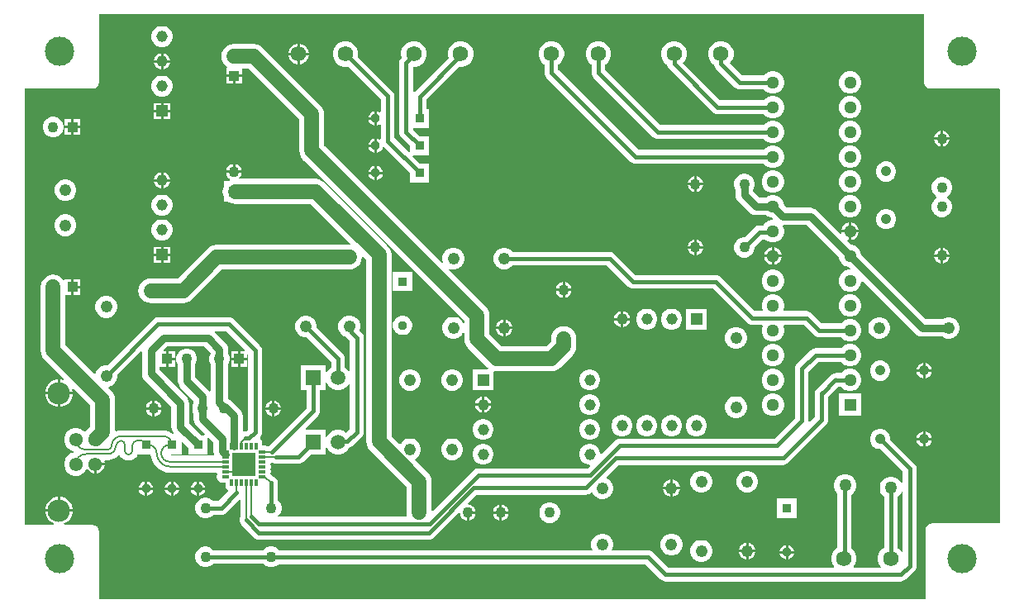
<source format=gbr>
G04*
G04 #@! TF.GenerationSoftware,Altium Limited,Altium Designer,22.4.2 (48)*
G04*
G04 Layer_Physical_Order=2*
G04 Layer_Color=16711680*
%FSLAX25Y25*%
%MOIN*%
G70*
G04*
G04 #@! TF.SameCoordinates,243CEC23-02B4-465D-BAF0-28B1483BFC4A*
G04*
G04*
G04 #@! TF.FilePolarity,Positive*
G04*
G01*
G75*
%ADD31C,0.06000*%
%ADD32C,0.01500*%
%ADD33C,0.03000*%
%ADD34C,0.04528*%
%ADD35R,0.04528X0.04528*%
%ADD36R,0.05039X0.05039*%
%ADD37C,0.05039*%
%ADD38C,0.05906*%
%ADD39R,0.05906X0.05906*%
%ADD40C,0.04134*%
%ADD41C,0.09055*%
%ADD42C,0.05433*%
%ADD43R,0.04528X0.04528*%
%ADD44R,0.03780X0.03780*%
%ADD45C,0.03780*%
%ADD46C,0.04764*%
%ADD47R,0.03780X0.03780*%
%ADD48C,0.06221*%
%ADD49C,0.04331*%
%ADD50C,0.11811*%
%ADD51C,0.04173*%
%ADD52R,0.04331X0.04331*%
%ADD53R,0.04331X0.04331*%
%ADD54C,0.05000*%
%ADD55C,0.00800*%
G04:AMPARAMS|DCode=56|XSize=29.02mil|YSize=10.39mil|CornerRadius=2.6mil|HoleSize=0mil|Usage=FLASHONLY|Rotation=180.000|XOffset=0mil|YOffset=0mil|HoleType=Round|Shape=RoundedRectangle|*
%AMROUNDEDRECTD56*
21,1,0.02902,0.00520,0,0,180.0*
21,1,0.02382,0.01039,0,0,180.0*
1,1,0.00520,-0.01191,0.00260*
1,1,0.00520,0.01191,0.00260*
1,1,0.00520,0.01191,-0.00260*
1,1,0.00520,-0.01191,-0.00260*
%
%ADD56ROUNDEDRECTD56*%
G04:AMPARAMS|DCode=57|XSize=29.02mil|YSize=10.39mil|CornerRadius=2.6mil|HoleSize=0mil|Usage=FLASHONLY|Rotation=90.000|XOffset=0mil|YOffset=0mil|HoleType=Round|Shape=RoundedRectangle|*
%AMROUNDEDRECTD57*
21,1,0.02902,0.00520,0,0,90.0*
21,1,0.02382,0.01039,0,0,90.0*
1,1,0.00520,0.00260,0.01191*
1,1,0.00520,0.00260,-0.01191*
1,1,0.00520,-0.00260,-0.01191*
1,1,0.00520,-0.00260,0.01191*
%
%ADD57ROUNDEDRECTD57*%
%ADD58R,0.09646X0.09646*%
G36*
X362951Y208500D02*
X363145Y207524D01*
X363698Y206698D01*
X364525Y206145D01*
X365500Y205951D01*
X393059D01*
X393113Y205962D01*
X393500Y205645D01*
Y30608D01*
X366000D01*
X365024Y30414D01*
X364198Y29862D01*
X363645Y29035D01*
X363451Y28059D01*
Y500D01*
X363474Y387D01*
X363156Y0D01*
X30108D01*
Y27559D01*
X29914Y28534D01*
X29362Y29362D01*
X28534Y29914D01*
X27559Y30108D01*
X16025D01*
X15959Y30608D01*
X16110Y30648D01*
X17370Y31376D01*
X18399Y32405D01*
X19127Y33666D01*
X19504Y35072D01*
Y35299D01*
X8449D01*
Y35072D01*
X8826Y33666D01*
X9553Y32405D01*
X10582Y31376D01*
X11843Y30648D01*
X11993Y30608D01*
X11927Y30108D01*
X0D01*
Y205951D01*
X27500D01*
X28475Y206145D01*
X29302Y206698D01*
X29855Y207524D01*
X30049Y208500D01*
Y236000D01*
X362951D01*
Y208500D01*
D02*
G37*
%LPC*%
G36*
X56061Y231264D02*
X54939D01*
X53854Y230973D01*
X52882Y230412D01*
X52088Y229618D01*
X51527Y228646D01*
X51236Y227561D01*
Y226439D01*
X51527Y225354D01*
X52088Y224382D01*
X52882Y223588D01*
X53854Y223027D01*
X54939Y222736D01*
X56061D01*
X57146Y223027D01*
X58118Y223588D01*
X58912Y224382D01*
X59473Y225354D01*
X59764Y226439D01*
Y227561D01*
X59473Y228646D01*
X58912Y229618D01*
X58118Y230412D01*
X57146Y230973D01*
X56061Y231264D01*
D02*
G37*
G36*
X111092Y224110D02*
X111051D01*
Y220500D01*
X114661D01*
Y220541D01*
X114381Y221586D01*
X113840Y222524D01*
X113075Y223289D01*
X112138Y223830D01*
X111092Y224110D01*
D02*
G37*
G36*
X110051D02*
X110010D01*
X108965Y223830D01*
X108027Y223289D01*
X107262Y222524D01*
X106721Y221586D01*
X106441Y220541D01*
Y220500D01*
X110051D01*
Y224110D01*
D02*
G37*
G36*
X56000Y220245D02*
Y217500D01*
X58745D01*
X58541Y218260D01*
X58112Y219004D01*
X57504Y219612D01*
X56760Y220041D01*
X56000Y220245D01*
D02*
G37*
G36*
X55000D02*
X54240Y220041D01*
X53496Y219612D01*
X52888Y219004D01*
X52459Y218260D01*
X52255Y217500D01*
X55000D01*
Y220245D01*
D02*
G37*
G36*
X114661Y219500D02*
X111051D01*
Y215890D01*
X111092D01*
X112138Y216170D01*
X113075Y216711D01*
X113840Y217476D01*
X114381Y218413D01*
X114661Y219459D01*
Y219500D01*
D02*
G37*
G36*
X110051D02*
X106441D01*
Y219459D01*
X106721Y218413D01*
X107262Y217476D01*
X108027Y216711D01*
X108965Y216170D01*
X110010Y215890D01*
X110051D01*
Y219500D01*
D02*
G37*
G36*
X58745Y216500D02*
X56000D01*
Y213755D01*
X56760Y213959D01*
X57504Y214388D01*
X58112Y214996D01*
X58541Y215740D01*
X58745Y216500D01*
D02*
G37*
G36*
X55000D02*
X52255D01*
X52459Y215740D01*
X52888Y214996D01*
X53496Y214388D01*
X54240Y213959D01*
X55000Y213755D01*
Y216500D01*
D02*
G37*
G36*
X87665Y210626D02*
X85000D01*
Y207961D01*
X87665D01*
Y210626D01*
D02*
G37*
G36*
X84000D02*
X81335D01*
Y207961D01*
X84000D01*
Y210626D01*
D02*
G37*
G36*
X176622Y225110D02*
X175276D01*
X173976Y224762D01*
X172811Y224089D01*
X171860Y223138D01*
X171187Y221972D01*
X170839Y220673D01*
Y219327D01*
X171053Y218527D01*
X157397Y204871D01*
X157229Y204652D01*
X156729Y204822D01*
Y214890D01*
X157724D01*
X159024Y215238D01*
X160189Y215911D01*
X161140Y216862D01*
X161813Y218027D01*
X162161Y219327D01*
Y220673D01*
X161813Y221972D01*
X161140Y223138D01*
X160189Y224089D01*
X159024Y224762D01*
X157724Y225110D01*
X156378D01*
X155079Y224762D01*
X153913Y224089D01*
X152962Y223138D01*
X152289Y221972D01*
X151941Y220673D01*
Y219327D01*
X152135Y218602D01*
X151994Y218461D01*
X151553Y217887D01*
X151276Y217218D01*
X151182Y216500D01*
Y188403D01*
X151276Y187685D01*
X151553Y187016D01*
X151994Y186441D01*
X155468Y182967D01*
Y180466D01*
X155007Y180274D01*
X149274Y186007D01*
Y202949D01*
X149179Y203667D01*
X148902Y204336D01*
X148461Y204910D01*
X134450Y218921D01*
X134559Y219327D01*
Y220673D01*
X134211Y221972D01*
X133538Y223138D01*
X132587Y224089D01*
X131421Y224762D01*
X130122Y225110D01*
X128776D01*
X127476Y224762D01*
X126311Y224089D01*
X125360Y223138D01*
X124687Y221972D01*
X124339Y220673D01*
Y219327D01*
X124687Y218027D01*
X125360Y216862D01*
X126311Y215911D01*
X127476Y215238D01*
X128776Y214890D01*
X130122D01*
X130528Y214999D01*
X143726Y201800D01*
Y196667D01*
X143226Y196422D01*
X142757Y196693D01*
X142142Y196858D01*
Y194000D01*
Y191142D01*
X142757Y191307D01*
X143226Y191578D01*
X143726Y191333D01*
Y185667D01*
X143226Y185422D01*
X142757Y185693D01*
X142142Y185858D01*
Y183000D01*
Y180142D01*
X142757Y180307D01*
X143416Y180688D01*
X143954Y181226D01*
X144335Y181885D01*
X144442Y182286D01*
X145000Y182436D01*
X155468Y171967D01*
Y168110D01*
X163248D01*
Y175890D01*
X159391D01*
X156633Y178648D01*
X156824Y179110D01*
X163248D01*
Y186890D01*
X159391D01*
X156729Y189552D01*
Y190110D01*
X163248D01*
Y197890D01*
X162132D01*
Y201761D01*
X175264Y214893D01*
X175276Y214890D01*
X176622D01*
X177921Y215238D01*
X179087Y215911D01*
X180038Y216862D01*
X180711Y218027D01*
X181059Y219327D01*
Y220673D01*
X180711Y221972D01*
X180038Y223138D01*
X179087Y224089D01*
X177921Y224762D01*
X176622Y225110D01*
D02*
G37*
G36*
X333595Y213020D02*
X332405D01*
X331256Y212712D01*
X330225Y212117D01*
X329383Y211275D01*
X328788Y210244D01*
X328480Y209095D01*
Y207905D01*
X328788Y206755D01*
X329383Y205725D01*
X330225Y204883D01*
X331256Y204288D01*
X332405Y203980D01*
X333595D01*
X334745Y204288D01*
X335775Y204883D01*
X336617Y205725D01*
X337212Y206755D01*
X337520Y207905D01*
Y209095D01*
X337212Y210244D01*
X336617Y211275D01*
X335775Y212117D01*
X334745Y212712D01*
X333595Y213020D01*
D02*
G37*
G36*
X281570Y225110D02*
X280225D01*
X278925Y224762D01*
X277760Y224089D01*
X276808Y223138D01*
X276136Y221972D01*
X275787Y220673D01*
Y219327D01*
X276136Y218027D01*
X276808Y216862D01*
X277760Y215911D01*
X278167Y215676D01*
X278218Y215282D01*
X278496Y214613D01*
X278936Y214039D01*
X286436Y206539D01*
X287011Y206098D01*
X287680Y205821D01*
X288398Y205726D01*
X298280D01*
X298281Y205725D01*
X299123Y204883D01*
X300153Y204288D01*
X301303Y203980D01*
X302493D01*
X303642Y204288D01*
X304673Y204883D01*
X305514Y205725D01*
X306109Y206755D01*
X306417Y207905D01*
Y209095D01*
X306109Y210244D01*
X305514Y211275D01*
X304673Y212117D01*
X303642Y212712D01*
X302493Y213020D01*
X301303D01*
X300153Y212712D01*
X299123Y212117D01*
X298281Y211275D01*
X298280Y211274D01*
X289546D01*
X284472Y216348D01*
X284987Y216862D01*
X285660Y218027D01*
X286008Y219327D01*
Y220673D01*
X285660Y221972D01*
X284987Y223138D01*
X284035Y224089D01*
X282870Y224762D01*
X281570Y225110D01*
D02*
G37*
G36*
X56061Y211264D02*
X54939D01*
X53854Y210973D01*
X52882Y210412D01*
X52088Y209618D01*
X51527Y208646D01*
X51236Y207561D01*
Y206439D01*
X51527Y205354D01*
X52088Y204382D01*
X52882Y203588D01*
X53854Y203027D01*
X54939Y202736D01*
X56061D01*
X57146Y203027D01*
X58118Y203588D01*
X58912Y204382D01*
X59473Y205354D01*
X59764Y206439D01*
Y207561D01*
X59473Y208646D01*
X58912Y209618D01*
X58118Y210412D01*
X57146Y210973D01*
X56061Y211264D01*
D02*
G37*
G36*
X58764Y200264D02*
X56000D01*
Y197500D01*
X58764D01*
Y200264D01*
D02*
G37*
G36*
X55000D02*
X52236D01*
Y197500D01*
X55000D01*
Y200264D01*
D02*
G37*
G36*
X141142Y196858D02*
X140526Y196693D01*
X139867Y196312D01*
X139329Y195774D01*
X138949Y195115D01*
X138784Y194500D01*
X141142D01*
Y196858D01*
D02*
G37*
G36*
X333595Y203020D02*
X332405D01*
X331256Y202712D01*
X330225Y202117D01*
X329383Y201275D01*
X328788Y200244D01*
X328480Y199095D01*
Y197905D01*
X328788Y196756D01*
X329383Y195725D01*
X330225Y194883D01*
X331256Y194288D01*
X332405Y193980D01*
X333595D01*
X334745Y194288D01*
X335775Y194883D01*
X336617Y195725D01*
X337212Y196756D01*
X337520Y197905D01*
Y199095D01*
X337212Y200244D01*
X336617Y201275D01*
X335775Y202117D01*
X334745Y202712D01*
X333595Y203020D01*
D02*
G37*
G36*
X262673Y225110D02*
X261327D01*
X260028Y224762D01*
X258862Y224089D01*
X257911Y223138D01*
X257238Y221972D01*
X256890Y220673D01*
Y219327D01*
X257238Y218027D01*
X257911Y216862D01*
X258862Y215911D01*
X259269Y215676D01*
X259321Y215282D01*
X259598Y214613D01*
X260039Y214039D01*
X277539Y196539D01*
X278113Y196098D01*
X278782Y195821D01*
X279500Y195726D01*
X298280D01*
X298281Y195725D01*
X299123Y194883D01*
X300153Y194288D01*
X301303Y193980D01*
X302493D01*
X303642Y194288D01*
X304673Y194883D01*
X305514Y195725D01*
X306109Y196756D01*
X306417Y197905D01*
Y199095D01*
X306109Y200244D01*
X305514Y201275D01*
X304673Y202117D01*
X303642Y202712D01*
X302493Y203020D01*
X301303D01*
X300153Y202712D01*
X299123Y202117D01*
X298281Y201275D01*
X298280Y201274D01*
X280649D01*
X265575Y216348D01*
X266089Y216862D01*
X266762Y218027D01*
X267110Y219327D01*
Y220673D01*
X266762Y221972D01*
X266089Y223138D01*
X265138Y224089D01*
X263972Y224762D01*
X262673Y225110D01*
D02*
G37*
G36*
X58764Y196500D02*
X56000D01*
Y193736D01*
X58764D01*
Y196500D01*
D02*
G37*
G36*
X55000D02*
X52236D01*
Y193736D01*
X55000D01*
Y196500D01*
D02*
G37*
G36*
X141142Y193500D02*
X138784D01*
X138949Y192885D01*
X139329Y192226D01*
X139867Y191688D01*
X140526Y191307D01*
X141142Y191142D01*
Y193500D01*
D02*
G37*
G36*
X22602Y193665D02*
X19937D01*
Y191000D01*
X22602D01*
Y193665D01*
D02*
G37*
G36*
X18937D02*
X16272D01*
Y191000D01*
X18937D01*
Y193665D01*
D02*
G37*
G36*
X22602Y190000D02*
X19937D01*
Y187335D01*
X22602D01*
Y190000D01*
D02*
G37*
G36*
X18937D02*
X16272D01*
Y187335D01*
X18937D01*
Y190000D01*
D02*
G37*
G36*
X370500Y188986D02*
Y186343D01*
X373143D01*
X372950Y187064D01*
X372533Y187786D01*
X371944Y188375D01*
X371222Y188792D01*
X370500Y188986D01*
D02*
G37*
G36*
X369500D02*
X368778Y188792D01*
X368056Y188375D01*
X367467Y187786D01*
X367050Y187064D01*
X366857Y186343D01*
X369500D01*
Y188986D01*
D02*
G37*
G36*
X12111Y194665D02*
X11015D01*
X9955Y194381D01*
X9005Y193833D01*
X8230Y193058D01*
X7682Y192108D01*
X7398Y191048D01*
Y189952D01*
X7682Y188892D01*
X8230Y187942D01*
X9005Y187167D01*
X9955Y186618D01*
X11015Y186335D01*
X12111D01*
X13171Y186618D01*
X14121Y187167D01*
X14896Y187942D01*
X15445Y188892D01*
X15728Y189952D01*
Y191048D01*
X15445Y192108D01*
X14896Y193058D01*
X14121Y193833D01*
X13171Y194381D01*
X12111Y194665D01*
D02*
G37*
G36*
X333595Y193020D02*
X332405D01*
X331256Y192712D01*
X330225Y192117D01*
X329383Y191275D01*
X328788Y190244D01*
X328480Y189095D01*
Y187905D01*
X328788Y186756D01*
X329383Y185725D01*
X330225Y184883D01*
X331256Y184288D01*
X332405Y183980D01*
X333595D01*
X334745Y184288D01*
X335775Y184883D01*
X336617Y185725D01*
X337212Y186756D01*
X337520Y187905D01*
Y189095D01*
X337212Y190244D01*
X336617Y191275D01*
X335775Y192117D01*
X334745Y192712D01*
X333595Y193020D01*
D02*
G37*
G36*
X232122Y225110D02*
X230776D01*
X229476Y224762D01*
X228311Y224089D01*
X227360Y223138D01*
X226687Y221972D01*
X226339Y220673D01*
Y219327D01*
X226687Y218027D01*
X227360Y216862D01*
X228311Y215911D01*
X228675Y215701D01*
Y212500D01*
X228770Y211782D01*
X229047Y211113D01*
X229487Y210539D01*
X253487Y186539D01*
X254062Y186098D01*
X254731Y185821D01*
X255449Y185726D01*
X298280D01*
X298281Y185725D01*
X299123Y184883D01*
X300153Y184288D01*
X301303Y183980D01*
X302493D01*
X303642Y184288D01*
X304673Y184883D01*
X305514Y185725D01*
X306109Y186756D01*
X306417Y187905D01*
Y189095D01*
X306109Y190244D01*
X305514Y191275D01*
X304673Y192117D01*
X303642Y192712D01*
X302493Y193020D01*
X301303D01*
X300153Y192712D01*
X299123Y192117D01*
X298281Y191275D01*
X298280Y191274D01*
X256598D01*
X234223Y213649D01*
Y215701D01*
X234587Y215911D01*
X235538Y216862D01*
X236211Y218027D01*
X236559Y219327D01*
Y220673D01*
X236211Y221972D01*
X235538Y223138D01*
X234587Y224089D01*
X233421Y224762D01*
X232122Y225110D01*
D02*
G37*
G36*
X141142Y185858D02*
X140526Y185693D01*
X139867Y185312D01*
X139329Y184774D01*
X138949Y184115D01*
X138784Y183500D01*
X141142D01*
Y185858D01*
D02*
G37*
G36*
X373143Y185343D02*
X370500D01*
Y182700D01*
X371222Y182893D01*
X371944Y183310D01*
X372533Y183899D01*
X372950Y184621D01*
X373143Y185343D01*
D02*
G37*
G36*
X369500D02*
X366857D01*
X367050Y184621D01*
X367467Y183899D01*
X368056Y183310D01*
X368778Y182893D01*
X369500Y182700D01*
Y185343D01*
D02*
G37*
G36*
X141142Y182500D02*
X138784D01*
X138949Y181885D01*
X139329Y181226D01*
X139867Y180688D01*
X140526Y180307D01*
X141142Y180142D01*
Y182500D01*
D02*
G37*
G36*
X333595Y183020D02*
X332405D01*
X331256Y182712D01*
X330225Y182117D01*
X329383Y181275D01*
X328788Y180245D01*
X328480Y179095D01*
Y177905D01*
X328788Y176755D01*
X329383Y175725D01*
X330225Y174883D01*
X331256Y174288D01*
X332405Y173980D01*
X333595D01*
X334745Y174288D01*
X335775Y174883D01*
X336617Y175725D01*
X337212Y176755D01*
X337520Y177905D01*
Y179095D01*
X337212Y180245D01*
X336617Y181275D01*
X335775Y182117D01*
X334745Y182712D01*
X333595Y183020D01*
D02*
G37*
G36*
X213224Y225110D02*
X211878D01*
X210579Y224762D01*
X209413Y224089D01*
X208462Y223138D01*
X207789Y221972D01*
X207441Y220673D01*
Y219327D01*
X207789Y218027D01*
X208462Y216862D01*
X209413Y215911D01*
X209777Y215701D01*
Y212500D01*
X209872Y211782D01*
X210149Y211113D01*
X210590Y210539D01*
X244590Y176539D01*
X245164Y176098D01*
X245833Y175821D01*
X246551Y175726D01*
X298280D01*
X298281Y175725D01*
X299123Y174883D01*
X300153Y174288D01*
X301303Y173980D01*
X302493D01*
X303642Y174288D01*
X304673Y174883D01*
X305514Y175725D01*
X306109Y176755D01*
X306417Y177905D01*
Y179095D01*
X306109Y180245D01*
X305514Y181275D01*
X304673Y182117D01*
X303642Y182712D01*
X302493Y183020D01*
X301303D01*
X300153Y182712D01*
X299123Y182117D01*
X298281Y181275D01*
X298280Y181274D01*
X247700D01*
X215325Y213649D01*
Y215701D01*
X215689Y215911D01*
X216640Y216862D01*
X217313Y218027D01*
X217661Y219327D01*
Y220673D01*
X217313Y221972D01*
X216640Y223138D01*
X215689Y224089D01*
X214524Y224762D01*
X213224Y225110D01*
D02*
G37*
G36*
X85000Y175580D02*
Y172937D01*
X87643D01*
X87450Y173659D01*
X87033Y174381D01*
X86444Y174970D01*
X85722Y175387D01*
X85000Y175580D01*
D02*
G37*
G36*
X84000Y175580D02*
X83278Y175387D01*
X82556Y174970D01*
X81967Y174381D01*
X81550Y173659D01*
X81357Y172937D01*
X84000D01*
Y175580D01*
D02*
G37*
G36*
X142142Y174858D02*
Y172500D01*
X144500D01*
X144335Y173115D01*
X143954Y173774D01*
X143416Y174312D01*
X142757Y174693D01*
X142142Y174858D01*
D02*
G37*
G36*
X141142Y174858D02*
X140526Y174693D01*
X139867Y174312D01*
X139329Y173774D01*
X138949Y173115D01*
X138784Y172500D01*
X141142D01*
Y174858D01*
D02*
G37*
G36*
X56000Y172245D02*
Y169500D01*
X58745D01*
X58541Y170260D01*
X58112Y171004D01*
X57504Y171612D01*
X56760Y172041D01*
X56000Y172245D01*
D02*
G37*
G36*
X55000D02*
X54240Y172041D01*
X53496Y171612D01*
X52888Y171004D01*
X52459Y170260D01*
X52255Y169500D01*
X55000D01*
Y172245D01*
D02*
G37*
G36*
X141142Y171500D02*
X138784D01*
X138949Y170885D01*
X139329Y170226D01*
X139867Y169688D01*
X140526Y169307D01*
X141142Y169142D01*
Y171500D01*
D02*
G37*
G36*
X144500D02*
X142142D01*
Y169142D01*
X142757Y169307D01*
X143416Y169688D01*
X143954Y170226D01*
X144335Y170885D01*
X144500Y171500D01*
D02*
G37*
G36*
X348035Y176673D02*
X346965D01*
X345930Y176396D01*
X345003Y175861D01*
X344246Y175103D01*
X343710Y174176D01*
X343433Y173142D01*
Y172071D01*
X343710Y171037D01*
X344246Y170109D01*
X345003Y169352D01*
X345930Y168816D01*
X346965Y168539D01*
X348035D01*
X349070Y168816D01*
X349997Y169352D01*
X350754Y170109D01*
X351290Y171037D01*
X351567Y172071D01*
Y173142D01*
X351290Y174176D01*
X350754Y175103D01*
X349997Y175861D01*
X349070Y176396D01*
X348035Y176673D01*
D02*
G37*
G36*
X271158Y170643D02*
Y168000D01*
X273800D01*
X273607Y168722D01*
X273190Y169444D01*
X272601Y170033D01*
X271879Y170450D01*
X271158Y170643D01*
D02*
G37*
G36*
X270158D02*
X269436Y170450D01*
X268714Y170033D01*
X268125Y169444D01*
X267708Y168722D01*
X267514Y168000D01*
X270158D01*
Y170643D01*
D02*
G37*
G36*
X58745Y168500D02*
X56000D01*
Y165755D01*
X56760Y165959D01*
X57504Y166388D01*
X58112Y166996D01*
X58541Y167740D01*
X58745Y168500D01*
D02*
G37*
G36*
X55000D02*
X52255D01*
X52459Y167740D01*
X52888Y166996D01*
X53496Y166388D01*
X54240Y165959D01*
X55000Y165755D01*
Y168500D01*
D02*
G37*
G36*
X273800Y167000D02*
X271158D01*
Y164357D01*
X271879Y164550D01*
X272601Y164967D01*
X273190Y165556D01*
X273607Y166278D01*
X273800Y167000D01*
D02*
G37*
G36*
X270158D02*
X267514D01*
X267708Y166278D01*
X268125Y165556D01*
X268714Y164967D01*
X269436Y164550D01*
X270158Y164357D01*
Y167000D01*
D02*
G37*
G36*
X333595Y173020D02*
X332405D01*
X331256Y172712D01*
X330225Y172117D01*
X329383Y171275D01*
X328788Y170245D01*
X328480Y169095D01*
Y167905D01*
X328788Y166755D01*
X329383Y165725D01*
X330225Y164883D01*
X331256Y164288D01*
X332405Y163980D01*
X333595D01*
X334745Y164288D01*
X335775Y164883D01*
X336617Y165725D01*
X337212Y166755D01*
X337520Y167905D01*
Y169095D01*
X337212Y170245D01*
X336617Y171275D01*
X335775Y172117D01*
X334745Y172712D01*
X333595Y173020D01*
D02*
G37*
G36*
X302493D02*
X301303D01*
X300153Y172712D01*
X299123Y172117D01*
X298281Y171275D01*
X297686Y170245D01*
X297378Y169095D01*
Y167905D01*
X297686Y166755D01*
X298281Y165725D01*
X299123Y164883D01*
X300153Y164288D01*
X301303Y163980D01*
X302493D01*
X303642Y164288D01*
X304673Y164883D01*
X305514Y165725D01*
X306109Y166755D01*
X306417Y167905D01*
Y169095D01*
X306109Y170245D01*
X305514Y171275D01*
X304673Y172117D01*
X303642Y172712D01*
X302493Y173020D01*
D02*
G37*
G36*
X17077Y169468D02*
X15923D01*
X14809Y169170D01*
X13810Y168593D01*
X12994Y167777D01*
X12417Y166778D01*
X12118Y165664D01*
Y164510D01*
X12417Y163395D01*
X12994Y162396D01*
X13810Y161580D01*
X14809Y161003D01*
X15923Y160705D01*
X17077D01*
X18191Y161003D01*
X19191Y161580D01*
X20006Y162396D01*
X20583Y163395D01*
X20882Y164510D01*
Y165664D01*
X20583Y166778D01*
X20006Y167777D01*
X19191Y168593D01*
X18191Y169170D01*
X17077Y169468D01*
D02*
G37*
G36*
X56061Y163264D02*
X54939D01*
X53854Y162973D01*
X52882Y162412D01*
X52088Y161618D01*
X51527Y160646D01*
X51236Y159561D01*
Y158439D01*
X51527Y157354D01*
X52088Y156382D01*
X52882Y155588D01*
X53854Y155027D01*
X54939Y154736D01*
X56061D01*
X57146Y155027D01*
X58118Y155588D01*
X58912Y156382D01*
X59473Y157354D01*
X59764Y158439D01*
Y159561D01*
X59473Y160646D01*
X58912Y161618D01*
X58118Y162412D01*
X57146Y162973D01*
X56061Y163264D01*
D02*
G37*
G36*
X370548Y170323D02*
X369452D01*
X368392Y170039D01*
X367442Y169491D01*
X366667Y168715D01*
X366119Y167765D01*
X365835Y166706D01*
Y165609D01*
X366119Y164550D01*
X366667Y163600D01*
X367442Y162824D01*
X367937Y162539D01*
Y161961D01*
X367442Y161676D01*
X366667Y160900D01*
X366119Y159950D01*
X365835Y158891D01*
Y157794D01*
X366119Y156735D01*
X366667Y155785D01*
X367442Y155009D01*
X368392Y154461D01*
X369452Y154177D01*
X370548D01*
X371608Y154461D01*
X372558Y155009D01*
X373333Y155785D01*
X373882Y156735D01*
X374165Y157794D01*
Y158891D01*
X373882Y159950D01*
X373333Y160900D01*
X372558Y161676D01*
X372063Y161961D01*
Y162539D01*
X372558Y162824D01*
X373333Y163600D01*
X373882Y164550D01*
X374165Y165609D01*
Y166706D01*
X373882Y167765D01*
X373333Y168715D01*
X372558Y169491D01*
X371608Y170039D01*
X370548Y170323D01*
D02*
G37*
G36*
X333595Y163020D02*
X332405D01*
X331256Y162712D01*
X330225Y162117D01*
X329383Y161275D01*
X328788Y160245D01*
X328480Y159095D01*
Y157905D01*
X328788Y156755D01*
X329383Y155725D01*
X330225Y154883D01*
X331256Y154288D01*
X332405Y153980D01*
X333595D01*
X334745Y154288D01*
X335775Y154883D01*
X336617Y155725D01*
X337212Y156755D01*
X337520Y157905D01*
Y159095D01*
X337212Y160245D01*
X336617Y161275D01*
X335775Y162117D01*
X334745Y162712D01*
X333595Y163020D01*
D02*
G37*
G36*
X348035Y157461D02*
X346965D01*
X345930Y157184D01*
X345003Y156648D01*
X344246Y155891D01*
X343710Y154964D01*
X343433Y153929D01*
Y152858D01*
X343710Y151824D01*
X344246Y150897D01*
X345003Y150139D01*
X345930Y149604D01*
X346965Y149327D01*
X348035D01*
X349070Y149604D01*
X349997Y150139D01*
X350754Y150897D01*
X351290Y151824D01*
X351567Y152858D01*
Y153929D01*
X351290Y154964D01*
X350754Y155891D01*
X349997Y156648D01*
X349070Y157184D01*
X348035Y157461D01*
D02*
G37*
G36*
X333500Y152010D02*
Y149000D01*
X336510D01*
X336280Y149858D01*
X335816Y150661D01*
X335161Y151316D01*
X334359Y151780D01*
X333500Y152010D01*
D02*
G37*
G36*
X332500D02*
X331641Y151780D01*
X330839Y151316D01*
X330184Y150661D01*
X329720Y149858D01*
X329490Y149000D01*
X332500D01*
Y152010D01*
D02*
G37*
G36*
X17077Y155295D02*
X15923D01*
X14809Y154997D01*
X13810Y154420D01*
X12994Y153604D01*
X12417Y152605D01*
X12118Y151490D01*
Y150337D01*
X12417Y149222D01*
X12994Y148223D01*
X13810Y147407D01*
X14809Y146830D01*
X15923Y146531D01*
X17077D01*
X18191Y146830D01*
X19191Y147407D01*
X20006Y148223D01*
X20583Y149222D01*
X20882Y150337D01*
Y151490D01*
X20583Y152605D01*
X20006Y153604D01*
X19191Y154420D01*
X18191Y154997D01*
X17077Y155295D01*
D02*
G37*
G36*
X336510Y148000D02*
X333500D01*
Y144990D01*
X334359Y145220D01*
X335161Y145684D01*
X335816Y146339D01*
X336280Y147142D01*
X336510Y148000D01*
D02*
G37*
G36*
X290891Y171665D02*
X289794D01*
X288735Y171381D01*
X287785Y170833D01*
X287009Y170058D01*
X286461Y169108D01*
X286177Y168048D01*
Y166952D01*
X286461Y165892D01*
X286812Y165284D01*
Y163157D01*
X286933Y162244D01*
X287285Y161392D01*
X287846Y160661D01*
X292504Y156004D01*
X293235Y155443D01*
X294086Y155090D01*
X295000Y154970D01*
X299036D01*
X299123Y154883D01*
X300153Y154288D01*
X301303Y153980D01*
X301425D01*
X301924Y153482D01*
X301732Y153020D01*
X301303D01*
X300153Y152712D01*
X299123Y152117D01*
X298281Y151275D01*
X298003Y150793D01*
X296362D01*
X295644Y150699D01*
X294975Y150422D01*
X294401Y149981D01*
X290585Y146165D01*
X289794D01*
X288735Y145881D01*
X287785Y145333D01*
X287009Y144558D01*
X286461Y143608D01*
X286177Y142548D01*
Y141452D01*
X286461Y140392D01*
X287009Y139442D01*
X287785Y138667D01*
X288735Y138119D01*
X289794Y137835D01*
X290891D01*
X291950Y138119D01*
X292900Y138667D01*
X293676Y139442D01*
X294224Y140392D01*
X294508Y141452D01*
Y142243D01*
X297511Y145246D01*
X298760D01*
X299123Y144883D01*
X300153Y144288D01*
X301303Y143980D01*
X302493D01*
X303642Y144288D01*
X304673Y144883D01*
X305514Y145725D01*
X306109Y146756D01*
X306417Y147905D01*
Y149095D01*
X306109Y150244D01*
X305979Y150470D01*
X306268Y150970D01*
X315538D01*
X328480Y138027D01*
Y137905D01*
X328788Y136756D01*
X329383Y135725D01*
X330225Y134883D01*
X331256Y134288D01*
X332405Y133980D01*
X332527D01*
X333026Y133482D01*
X332835Y133020D01*
X332405D01*
X331256Y132712D01*
X330225Y132117D01*
X329383Y131275D01*
X328788Y130245D01*
X328480Y129095D01*
Y127905D01*
X328788Y126755D01*
X329383Y125725D01*
X330225Y124883D01*
X331256Y124288D01*
X332405Y123980D01*
X333595D01*
X334745Y124288D01*
X335775Y124883D01*
X336617Y125725D01*
X337212Y126755D01*
X337520Y127905D01*
Y128335D01*
X337982Y128526D01*
X359504Y107004D01*
X360235Y106443D01*
X361086Y106090D01*
X362000Y105970D01*
X370038D01*
X370996Y105417D01*
X372111Y105118D01*
X373264D01*
X374379Y105417D01*
X375378Y105994D01*
X376194Y106809D01*
X376771Y107809D01*
X377069Y108923D01*
Y110077D01*
X376771Y111191D01*
X376194Y112190D01*
X375378Y113006D01*
X374379Y113583D01*
X373264Y113882D01*
X372111D01*
X370996Y113583D01*
X370038Y113030D01*
X363462D01*
X337520Y138973D01*
Y139095D01*
X337212Y140244D01*
X336617Y141275D01*
X335775Y142117D01*
X334745Y142712D01*
X333595Y143020D01*
X333473D01*
X331844Y144648D01*
X332103Y145097D01*
X332500Y144990D01*
Y148000D01*
X329490D01*
X329596Y147603D01*
X329148Y147344D01*
X319496Y156996D01*
X318765Y157557D01*
X317914Y157910D01*
X317000Y158030D01*
X307360D01*
X306417Y158973D01*
Y159095D01*
X306109Y160245D01*
X305514Y161275D01*
X304673Y162117D01*
X303642Y162712D01*
X302493Y163020D01*
X301303D01*
X300153Y162712D01*
X299123Y162117D01*
X299036Y162030D01*
X296462D01*
X293873Y164620D01*
Y165284D01*
X294224Y165892D01*
X294508Y166952D01*
Y168048D01*
X294224Y169108D01*
X293676Y170058D01*
X292900Y170833D01*
X291950Y171381D01*
X290891Y171665D01*
D02*
G37*
G36*
X56061Y153264D02*
X54939D01*
X53854Y152973D01*
X52882Y152412D01*
X52088Y151618D01*
X51527Y150646D01*
X51236Y149561D01*
Y148439D01*
X51527Y147354D01*
X52088Y146382D01*
X52882Y145588D01*
X53854Y145027D01*
X54939Y144736D01*
X56061D01*
X57146Y145027D01*
X58118Y145588D01*
X58912Y146382D01*
X59473Y147354D01*
X59764Y148439D01*
Y149561D01*
X59473Y150646D01*
X58912Y151618D01*
X58118Y152412D01*
X57146Y152973D01*
X56061Y153264D01*
D02*
G37*
G36*
X87643Y171937D02*
X84500D01*
X81357D01*
X81550Y171215D01*
X81967Y170493D01*
X82556Y169904D01*
X82960Y169671D01*
X82924Y169115D01*
X82478Y168930D01*
X82215Y168728D01*
X80335D01*
Y166366D01*
X80129Y165868D01*
X79957Y164563D01*
X80129Y163258D01*
X80335Y162760D01*
Y160398D01*
X82215D01*
X82478Y160196D01*
X83695Y159692D01*
X85000Y159520D01*
X85000Y159520D01*
X115348D01*
X131427Y143441D01*
X131206Y142992D01*
X131000Y143019D01*
X77476D01*
X76171Y142848D01*
X74955Y142344D01*
X73910Y141542D01*
X61911Y129543D01*
X51000D01*
X49695Y129371D01*
X48478Y128867D01*
X47434Y128066D01*
X46633Y127022D01*
X46129Y125805D01*
X45957Y124500D01*
X46129Y123195D01*
X46633Y121978D01*
X47434Y120934D01*
X48478Y120133D01*
X49695Y119629D01*
X51000Y119457D01*
X64000D01*
X65305Y119629D01*
X66522Y120133D01*
X67566Y120934D01*
X79565Y132933D01*
X131000D01*
X132305Y133105D01*
X133522Y133609D01*
X134566Y134410D01*
X135368Y135455D01*
X135871Y136671D01*
X136043Y137976D01*
X136016Y138182D01*
X136465Y138403D01*
X137957Y136911D01*
Y63712D01*
X138129Y62406D01*
X138633Y61190D01*
X139434Y60146D01*
X154114Y45465D01*
Y35000D01*
X154276Y33774D01*
X154169Y33511D01*
X154011Y33274D01*
X102529D01*
X102322Y33774D01*
X102833Y34285D01*
X103382Y35235D01*
X103665Y36294D01*
Y37391D01*
X103382Y38450D01*
X102833Y39400D01*
X102274Y39959D01*
Y46939D01*
X102179Y47657D01*
X101902Y48326D01*
X101461Y48900D01*
X100887Y49341D01*
X100326Y49573D01*
X99290Y50610D01*
X99424Y51287D01*
Y51807D01*
X99280Y52531D01*
X99424Y53256D01*
Y53776D01*
X99280Y54500D01*
X99381Y55006D01*
X100174D01*
X100735Y54773D01*
X101453Y54679D01*
X110453D01*
X111171Y54773D01*
X111840Y55051D01*
X112414Y55491D01*
X115470Y58547D01*
X121453D01*
Y61337D01*
X121953Y61471D01*
X122537Y60459D01*
X123459Y59537D01*
X124588Y58885D01*
X125848Y58547D01*
X127152D01*
X128412Y58885D01*
X129541Y59537D01*
X130463Y60459D01*
X130768Y60987D01*
X130902Y61005D01*
X131571Y61282D01*
X132146Y61723D01*
X135961Y65539D01*
X136402Y66113D01*
X136679Y66782D01*
X136774Y67500D01*
Y105573D01*
X136679Y106291D01*
X136402Y106960D01*
X135961Y107534D01*
X135100Y108396D01*
X135382Y109447D01*
Y109696D01*
X135447Y110024D01*
Y111149D01*
X135261Y112085D01*
X134730Y112879D01*
X133936Y113410D01*
X133780Y113441D01*
X133691Y113530D01*
X132691Y114107D01*
X131577Y114406D01*
X130423D01*
X129309Y114107D01*
X128310Y113530D01*
X127494Y112714D01*
X126917Y111715D01*
X126618Y110600D01*
Y109447D01*
X126917Y108332D01*
X127494Y107333D01*
X128310Y106517D01*
X129309Y105940D01*
X129857Y105793D01*
X131226Y104424D01*
Y92219D01*
X130726Y92085D01*
X130463Y92541D01*
X129541Y93463D01*
X129274Y93617D01*
Y97024D01*
X129179Y97742D01*
X128902Y98410D01*
X128461Y98985D01*
X117882Y109564D01*
Y110600D01*
X117583Y111715D01*
X117006Y112714D01*
X116191Y113530D01*
X115191Y114107D01*
X114077Y114406D01*
X112923D01*
X111809Y114107D01*
X110810Y113530D01*
X109994Y112714D01*
X109417Y111715D01*
X109118Y110600D01*
Y109447D01*
X109417Y108332D01*
X109994Y107333D01*
X110810Y106517D01*
X111809Y105940D01*
X112923Y105642D01*
X113959D01*
X123726Y95875D01*
Y93617D01*
X123459Y93463D01*
X122537Y92541D01*
X121953Y91529D01*
X121453Y91663D01*
Y94453D01*
X111547D01*
Y84547D01*
X113726D01*
Y77149D01*
X98446Y61868D01*
X97708D01*
X97120Y61985D01*
X95985D01*
Y63120D01*
X95810Y64002D01*
X95310Y64749D01*
X95007Y64952D01*
X94993Y65097D01*
X95028Y65539D01*
X95402Y66027D01*
X95679Y66695D01*
X95774Y67413D01*
Y100469D01*
X95679Y101187D01*
X95402Y101856D01*
X94961Y102430D01*
X84430Y112961D01*
X83855Y113402D01*
X83187Y113679D01*
X82469Y113774D01*
X53976D01*
X53259Y113679D01*
X52589Y113402D01*
X52015Y112961D01*
X33459Y94406D01*
X32423D01*
X31309Y94107D01*
X30310Y93530D01*
X29494Y92714D01*
X28917Y91715D01*
X28749Y91090D01*
X28192Y90940D01*
X16606Y102526D01*
Y122835D01*
X18937D01*
Y126000D01*
Y129165D01*
X16272D01*
Y128898D01*
X15772Y128728D01*
X15129Y129566D01*
X14085Y130368D01*
X12868Y130871D01*
X11563Y131043D01*
X10258Y130871D01*
X9041Y130368D01*
X7997Y129566D01*
X7196Y128522D01*
X6692Y127305D01*
X6520Y126000D01*
Y100437D01*
X6692Y99132D01*
X7196Y97915D01*
X7997Y96871D01*
X15958Y88910D01*
X15699Y88462D01*
X14704Y88728D01*
X14476D01*
Y83701D01*
X19504D01*
Y83929D01*
X19237Y84923D01*
X19686Y85182D01*
X26457Y78411D01*
Y69651D01*
X25146Y68340D01*
X24662Y67709D01*
X24163Y67677D01*
X23644Y68195D01*
X22569Y68816D01*
X21369Y69138D01*
X20127D01*
X18927Y68816D01*
X17852Y68195D01*
X16974Y67317D01*
X16353Y66242D01*
X16032Y65042D01*
Y63800D01*
X16353Y62601D01*
X16974Y61525D01*
X17852Y60647D01*
X18927Y60026D01*
X19925Y59759D01*
Y59241D01*
X18927Y58974D01*
X17852Y58353D01*
X16974Y57475D01*
X16353Y56399D01*
X16032Y55200D01*
Y53958D01*
X16353Y52758D01*
X16974Y51683D01*
X17852Y50805D01*
X18927Y50184D01*
X20127Y49862D01*
X21369D01*
X22569Y50184D01*
X23644Y50805D01*
X24522Y51683D01*
X24974Y52465D01*
X25551D01*
X25648Y52297D01*
X26340Y51605D01*
X27187Y51116D01*
X28122Y50865D01*
Y54579D01*
X28622D01*
Y55079D01*
X32336D01*
X32182Y55653D01*
X32560Y56153D01*
X33600D01*
X33789Y56191D01*
X34737Y56284D01*
X35830Y56616D01*
X36838Y57154D01*
X37721Y57879D01*
X37887Y58082D01*
X37967Y58135D01*
X37994Y58148D01*
X38535Y58068D01*
X38593Y57928D01*
X39219Y57114D01*
X40033Y56488D01*
X40982Y56095D01*
X42000Y55961D01*
X43018Y56095D01*
X43967Y56488D01*
X44782Y57114D01*
X45407Y57928D01*
X45630Y58469D01*
X50964D01*
X51064Y57454D01*
X51515Y55968D01*
X52247Y54599D01*
X53232Y53398D01*
X54433Y52413D01*
X55803Y51681D01*
X57289Y51230D01*
X58746Y51086D01*
X58834Y51069D01*
X77428D01*
X77721Y50569D01*
X77576Y49839D01*
Y49319D01*
X77751Y48437D01*
X78251Y47690D01*
X78998Y47190D01*
X79880Y47015D01*
X81015D01*
Y45880D01*
X81190Y44998D01*
X81690Y44251D01*
X82044Y44014D01*
X82093Y43516D01*
X78194Y39616D01*
X76117D01*
X75558Y40176D01*
X74608Y40724D01*
X73548Y41008D01*
X72452D01*
X71392Y40724D01*
X70442Y40176D01*
X69667Y39400D01*
X69118Y38450D01*
X68835Y37391D01*
Y36294D01*
X69118Y35235D01*
X69667Y34285D01*
X70442Y33509D01*
X71392Y32961D01*
X72452Y32677D01*
X73548D01*
X74608Y32961D01*
X75558Y33509D01*
X76117Y34069D01*
X79343D01*
X80060Y34163D01*
X80729Y34440D01*
X81304Y34881D01*
X86575Y40153D01*
X87037Y39961D01*
Y33294D01*
X86805Y32734D01*
X86711Y32016D01*
X86805Y31298D01*
X87082Y30629D01*
X87523Y30054D01*
X92639Y24939D01*
X93213Y24498D01*
X93882Y24221D01*
X94600Y24126D01*
X163153D01*
X163871Y24221D01*
X164540Y24498D01*
X165114Y24939D01*
X175177Y35002D01*
X175677Y34795D01*
Y34583D01*
X175893Y33778D01*
X176310Y33056D01*
X176899Y32467D01*
X177621Y32050D01*
X178342Y31857D01*
Y35000D01*
X178842D01*
Y35500D01*
X181986D01*
X181792Y36222D01*
X181375Y36944D01*
X180786Y37533D01*
X180064Y37950D01*
X179259Y38165D01*
X179048D01*
X178841Y38665D01*
X182352Y42176D01*
X226450D01*
X227168Y42271D01*
X227837Y42548D01*
X228411Y42989D01*
X228493Y43071D01*
X229087Y42958D01*
X229517Y42213D01*
X230333Y41398D01*
X231332Y40821D01*
X232447Y40522D01*
X233600D01*
X234715Y40821D01*
X235714Y41398D01*
X236530Y42213D01*
X237107Y43213D01*
X237405Y44327D01*
Y45481D01*
X237107Y46595D01*
X236530Y47594D01*
X235714Y48410D01*
X234970Y48840D01*
X234857Y49434D01*
X239649Y54226D01*
X306000D01*
X306718Y54321D01*
X307387Y54598D01*
X307961Y55039D01*
X323461Y70539D01*
X323902Y71113D01*
X324179Y71782D01*
X324274Y72500D01*
Y81851D01*
X328149Y85726D01*
X329382D01*
X329383Y85725D01*
X330225Y84883D01*
X331256Y84288D01*
X332405Y83980D01*
X333595D01*
X334745Y84288D01*
X335775Y84883D01*
X336617Y85725D01*
X337212Y86756D01*
X337520Y87905D01*
Y89095D01*
X337212Y90245D01*
X336617Y91275D01*
X335775Y92117D01*
X334745Y92712D01*
X333595Y93020D01*
X332405D01*
X331256Y92712D01*
X330225Y92117D01*
X329383Y91275D01*
X329382Y91274D01*
X327331D01*
Y91281D01*
X326405Y91159D01*
X325541Y90801D01*
X324806Y90237D01*
X324806Y90228D01*
X320111Y85534D01*
X319757Y85186D01*
X319475Y84819D01*
X319199Y84459D01*
X318841Y83595D01*
X318782Y83145D01*
X318722Y82687D01*
X318722Y82687D01*
X318726Y82189D01*
Y73649D01*
X316733Y71655D01*
X316259Y71889D01*
X316274Y72000D01*
Y91851D01*
X320149Y95726D01*
X329382D01*
X329383Y95725D01*
X330225Y94883D01*
X331256Y94288D01*
X332405Y93980D01*
X333595D01*
X334745Y94288D01*
X335775Y94883D01*
X336617Y95725D01*
X337212Y96755D01*
X337520Y97905D01*
Y99095D01*
X337212Y100244D01*
X336617Y101275D01*
X335775Y102117D01*
X334745Y102712D01*
X333595Y103020D01*
X332405D01*
X331256Y102712D01*
X330225Y102117D01*
X329383Y101275D01*
X329382Y101274D01*
X319000D01*
X318282Y101179D01*
X317613Y100902D01*
X317039Y100461D01*
X311539Y94961D01*
X311098Y94387D01*
X310821Y93718D01*
X310726Y93000D01*
Y73149D01*
X302351Y64774D01*
X240247D01*
X239529Y64679D01*
X238860Y64402D01*
X238286Y63961D01*
X232760Y58435D01*
X232260Y58642D01*
Y59156D01*
X231969Y60240D01*
X231408Y61212D01*
X230614Y62006D01*
X229642Y62568D01*
X228557Y62858D01*
X227435D01*
X226350Y62568D01*
X225378Y62006D01*
X224584Y61212D01*
X224023Y60240D01*
X223732Y59156D01*
Y58033D01*
X224023Y56949D01*
X224584Y55976D01*
X225378Y55183D01*
X226350Y54621D01*
X227435Y54331D01*
X227948D01*
X228155Y53831D01*
X227098Y52774D01*
X183000D01*
X182282Y52679D01*
X181613Y52402D01*
X181039Y51961D01*
X164663Y35585D01*
X164201Y35776D01*
Y47554D01*
X164029Y48860D01*
X163525Y50076D01*
X162724Y51120D01*
X157616Y56228D01*
X157682Y56723D01*
X158191Y57017D01*
X159006Y57833D01*
X159583Y58832D01*
X159882Y59947D01*
Y61101D01*
X159583Y62215D01*
X159006Y63214D01*
X158191Y64030D01*
X157191Y64607D01*
X156077Y64906D01*
X154923D01*
X153809Y64607D01*
X152810Y64030D01*
X151994Y63214D01*
X151700Y62705D01*
X151204Y62640D01*
X148043Y65801D01*
Y139000D01*
X148043Y139000D01*
X147871Y140305D01*
X147368Y141522D01*
X146566Y142566D01*
X121003Y168129D01*
X119959Y168930D01*
X118742Y169434D01*
X117437Y169606D01*
X86853D01*
X86646Y170106D01*
X87033Y170493D01*
X87450Y171215D01*
X87643Y171937D01*
D02*
G37*
G36*
X271158Y145143D02*
Y142500D01*
X273800D01*
X273607Y143222D01*
X273190Y143944D01*
X272601Y144533D01*
X271879Y144950D01*
X271158Y145143D01*
D02*
G37*
G36*
X270158D02*
X269436Y144950D01*
X268714Y144533D01*
X268125Y143944D01*
X267708Y143222D01*
X267514Y142500D01*
X270158D01*
Y145143D01*
D02*
G37*
G36*
X58764Y142264D02*
X56000D01*
Y139500D01*
X58764D01*
Y142264D01*
D02*
G37*
G36*
X55000D02*
X52236D01*
Y139500D01*
X55000D01*
Y142264D01*
D02*
G37*
G36*
X370500Y141800D02*
Y139157D01*
X373143D01*
X372950Y139879D01*
X372533Y140601D01*
X371944Y141190D01*
X371222Y141607D01*
X370500Y141800D01*
D02*
G37*
G36*
X369500D02*
X368778Y141607D01*
X368056Y141190D01*
X367467Y140601D01*
X367050Y139879D01*
X366857Y139157D01*
X369500D01*
Y141800D01*
D02*
G37*
G36*
X302398Y142010D02*
Y139000D01*
X305408D01*
X305177Y139858D01*
X304714Y140661D01*
X304059Y141316D01*
X303256Y141780D01*
X302398Y142010D01*
D02*
G37*
G36*
X301398D02*
X300539Y141780D01*
X299736Y141316D01*
X299081Y140661D01*
X298618Y139858D01*
X298388Y139000D01*
X301398D01*
Y142010D01*
D02*
G37*
G36*
X273800Y141500D02*
X271158D01*
Y138857D01*
X271879Y139050D01*
X272601Y139467D01*
X273190Y140056D01*
X273607Y140778D01*
X273800Y141500D01*
D02*
G37*
G36*
X270158D02*
X267514D01*
X267708Y140778D01*
X268125Y140056D01*
X268714Y139467D01*
X269436Y139050D01*
X270158Y138857D01*
Y141500D01*
D02*
G37*
G36*
X58764Y138500D02*
X56000D01*
Y135736D01*
X58764D01*
Y138500D01*
D02*
G37*
G36*
X55000D02*
X52236D01*
Y135736D01*
X55000D01*
Y138500D01*
D02*
G37*
G36*
X373143Y138157D02*
X370500D01*
Y135514D01*
X371222Y135708D01*
X371944Y136125D01*
X372533Y136714D01*
X372950Y137436D01*
X373143Y138157D01*
D02*
G37*
G36*
X369500D02*
X366857D01*
X367050Y137436D01*
X367467Y136714D01*
X368056Y136125D01*
X368778Y135708D01*
X369500Y135514D01*
Y138157D01*
D02*
G37*
G36*
X305408Y138000D02*
X302398D01*
Y134990D01*
X303256Y135220D01*
X304059Y135684D01*
X304714Y136339D01*
X305177Y137142D01*
X305408Y138000D01*
D02*
G37*
G36*
X301398D02*
X298388D01*
X298618Y137142D01*
X299081Y136339D01*
X299736Y135684D01*
X300539Y135220D01*
X301398Y134990D01*
Y138000D01*
D02*
G37*
G36*
X92500Y224043D02*
X84500D01*
X83195Y223871D01*
X81978Y223368D01*
X80934Y222566D01*
X80133Y221522D01*
X79629Y220305D01*
X79457Y219000D01*
X79629Y217695D01*
X80133Y216478D01*
X80934Y215434D01*
X81771Y214791D01*
X81602Y214291D01*
X81335D01*
Y211626D01*
X84500D01*
X87665D01*
Y213957D01*
X90411D01*
X110849Y193519D01*
Y181107D01*
X111021Y179802D01*
X111525Y178586D01*
X112326Y177541D01*
X177457Y112411D01*
Y111568D01*
X176957Y111434D01*
X176506Y112214D01*
X175690Y113030D01*
X174691Y113607D01*
X173577Y113906D01*
X172423D01*
X171309Y113607D01*
X170309Y113030D01*
X169494Y112214D01*
X168917Y111215D01*
X168618Y110100D01*
Y108947D01*
X168917Y107832D01*
X169494Y106833D01*
X170309Y106017D01*
X171309Y105440D01*
X172423Y105142D01*
X173577D01*
X174691Y105440D01*
X175690Y106017D01*
X176506Y106833D01*
X176957Y107613D01*
X177457Y107479D01*
Y105000D01*
X177629Y103695D01*
X178132Y102478D01*
X178934Y101434D01*
X186934Y93434D01*
X187067Y93332D01*
X186907Y92858D01*
X180740D01*
Y84331D01*
X189268D01*
Y91740D01*
X189644Y92070D01*
X190500Y91957D01*
X212500D01*
X213805Y92129D01*
X215022Y92633D01*
X216066Y93434D01*
X221066Y98434D01*
X221867Y99478D01*
X222371Y100695D01*
X222543Y102000D01*
Y105157D01*
X222371Y106463D01*
X221867Y107679D01*
X221066Y108723D01*
X220022Y109525D01*
X218805Y110029D01*
X217500Y110201D01*
X216195Y110029D01*
X214978Y109525D01*
X213934Y108723D01*
X213133Y107679D01*
X212629Y106463D01*
X212457Y105157D01*
Y104089D01*
X210411Y102043D01*
X192589D01*
X187543Y107089D01*
Y114500D01*
X187371Y115805D01*
X186867Y117022D01*
X186066Y118066D01*
X171238Y132895D01*
X171496Y133343D01*
X172423Y133095D01*
X173577D01*
X174691Y133393D01*
X175690Y133970D01*
X176506Y134786D01*
X177083Y135785D01*
X177382Y136899D01*
Y138053D01*
X177083Y139168D01*
X176506Y140167D01*
X175690Y140983D01*
X174691Y141560D01*
X173577Y141858D01*
X172423D01*
X171309Y141560D01*
X170309Y140983D01*
X169494Y140167D01*
X168917Y139168D01*
X168618Y138053D01*
Y136899D01*
X168866Y135973D01*
X168418Y135714D01*
X120936Y183196D01*
Y195607D01*
X120764Y196913D01*
X120260Y198129D01*
X119458Y199174D01*
X96066Y222566D01*
X95022Y223368D01*
X93805Y223871D01*
X92500Y224043D01*
D02*
G37*
G36*
X22602Y129165D02*
X19937D01*
Y126500D01*
X22602D01*
Y129165D01*
D02*
G37*
G36*
X218000Y127986D02*
Y125343D01*
X220643D01*
X220450Y126064D01*
X220033Y126786D01*
X219444Y127375D01*
X218722Y127792D01*
X218000Y127986D01*
D02*
G37*
G36*
X217000D02*
X216278Y127792D01*
X215556Y127375D01*
X214967Y126786D01*
X214550Y126064D01*
X214357Y125343D01*
X217000D01*
Y127986D01*
D02*
G37*
G36*
X156390Y132138D02*
X148610D01*
Y124358D01*
X156390D01*
Y132138D01*
D02*
G37*
G36*
X302493Y133020D02*
X301303D01*
X300153Y132712D01*
X299123Y132117D01*
X298281Y131275D01*
X297686Y130245D01*
X297378Y129095D01*
Y127905D01*
X297686Y126755D01*
X298281Y125725D01*
X299123Y124883D01*
X300153Y124288D01*
X301303Y123980D01*
X302493D01*
X303642Y124288D01*
X304673Y124883D01*
X305514Y125725D01*
X306109Y126755D01*
X306417Y127905D01*
Y129095D01*
X306109Y130245D01*
X305514Y131275D01*
X304673Y132117D01*
X303642Y132712D01*
X302493Y133020D01*
D02*
G37*
G36*
X22602Y125500D02*
X19937D01*
Y122835D01*
X22602D01*
Y125500D01*
D02*
G37*
G36*
X220643Y124343D02*
X218000D01*
Y121700D01*
X218722Y121893D01*
X219444Y122310D01*
X220033Y122899D01*
X220450Y123621D01*
X220643Y124343D01*
D02*
G37*
G36*
X217000D02*
X214357D01*
X214550Y123621D01*
X214967Y122899D01*
X215556Y122310D01*
X216278Y121893D01*
X217000Y121700D01*
Y124343D01*
D02*
G37*
G36*
X333595Y123020D02*
X332405D01*
X331256Y122712D01*
X330225Y122117D01*
X329383Y121275D01*
X328788Y120245D01*
X328480Y119095D01*
Y117905D01*
X328788Y116755D01*
X329383Y115725D01*
X330225Y114883D01*
X331256Y114288D01*
X332405Y113980D01*
X333595D01*
X334745Y114288D01*
X335775Y114883D01*
X336617Y115725D01*
X337212Y116755D01*
X337520Y117905D01*
Y119095D01*
X337212Y120245D01*
X336617Y121275D01*
X335775Y122117D01*
X334745Y122712D01*
X333595Y123020D01*
D02*
G37*
G36*
X33577Y122358D02*
X32423D01*
X31309Y122060D01*
X30310Y121483D01*
X29494Y120667D01*
X28917Y119668D01*
X28618Y118553D01*
Y117400D01*
X28917Y116285D01*
X29494Y115286D01*
X30310Y114470D01*
X31309Y113893D01*
X32423Y113594D01*
X33577D01*
X34691Y113893D01*
X35691Y114470D01*
X36506Y115286D01*
X37083Y116285D01*
X37382Y117400D01*
Y118553D01*
X37083Y119668D01*
X36506Y120667D01*
X35691Y121483D01*
X34691Y122060D01*
X33577Y122358D01*
D02*
G37*
G36*
X241500Y116241D02*
Y113496D01*
X244245D01*
X244041Y114256D01*
X243612Y115000D01*
X243004Y115608D01*
X242260Y116037D01*
X241500Y116241D01*
D02*
G37*
G36*
X240500D02*
X239740Y116037D01*
X238996Y115608D01*
X238388Y115000D01*
X237959Y114256D01*
X237755Y113496D01*
X240500D01*
Y116241D01*
D02*
G37*
G36*
X194000Y112891D02*
Y110024D01*
X196867D01*
X196651Y110829D01*
X196206Y111600D01*
X195577Y112230D01*
X194805Y112675D01*
X194000Y112891D01*
D02*
G37*
G36*
X193000D02*
X192195Y112675D01*
X191423Y112230D01*
X190794Y111600D01*
X190349Y110829D01*
X190133Y110024D01*
X193000D01*
Y112891D01*
D02*
G37*
G36*
X244245Y112496D02*
X241500D01*
Y109751D01*
X242260Y109955D01*
X243004Y110384D01*
X243612Y110992D01*
X244041Y111736D01*
X244245Y112496D01*
D02*
G37*
G36*
X240500D02*
X237755D01*
X237959Y111736D01*
X238388Y110992D01*
X238996Y110384D01*
X239740Y109955D01*
X240500Y109751D01*
Y112496D01*
D02*
G37*
G36*
X275264Y117260D02*
X266736D01*
Y108732D01*
X275264D01*
Y117260D01*
D02*
G37*
G36*
X261561D02*
X260439D01*
X259354Y116969D01*
X258382Y116408D01*
X257588Y115614D01*
X257027Y114642D01*
X256736Y113557D01*
Y112435D01*
X257027Y111350D01*
X257588Y110378D01*
X258382Y109584D01*
X259354Y109023D01*
X260439Y108732D01*
X261561D01*
X262646Y109023D01*
X263618Y109584D01*
X264412Y110378D01*
X264973Y111350D01*
X265264Y112435D01*
Y113557D01*
X264973Y114642D01*
X264412Y115614D01*
X263618Y116408D01*
X262646Y116969D01*
X261561Y117260D01*
D02*
G37*
G36*
X251561D02*
X250439D01*
X249354Y116969D01*
X248382Y116408D01*
X247588Y115614D01*
X247027Y114642D01*
X246736Y113557D01*
Y112435D01*
X247027Y111350D01*
X247588Y110378D01*
X248382Y109584D01*
X249354Y109023D01*
X250439Y108732D01*
X251561D01*
X252646Y109023D01*
X253618Y109584D01*
X254412Y110378D01*
X254973Y111350D01*
X255264Y112435D01*
Y113557D01*
X254973Y114642D01*
X254412Y115614D01*
X253618Y116408D01*
X252646Y116969D01*
X251561Y117260D01*
D02*
G37*
G36*
X153012Y114421D02*
X151988D01*
X150999Y114156D01*
X150112Y113644D01*
X149387Y112920D01*
X148875Y112033D01*
X148610Y111044D01*
Y110019D01*
X148875Y109030D01*
X149387Y108143D01*
X150112Y107419D01*
X150999Y106907D01*
X151988Y106642D01*
X153012D01*
X154001Y106907D01*
X154888Y107419D01*
X155613Y108143D01*
X156125Y109030D01*
X156390Y110019D01*
Y111044D01*
X156125Y112033D01*
X155613Y112920D01*
X154888Y113644D01*
X154001Y114156D01*
X153012Y114421D01*
D02*
G37*
G36*
X196867Y109024D02*
X194000D01*
Y106156D01*
X194805Y106372D01*
X195577Y106817D01*
X196206Y107447D01*
X196651Y108218D01*
X196867Y109024D01*
D02*
G37*
G36*
X193000D02*
X190133D01*
X190349Y108218D01*
X190794Y107447D01*
X191423Y106817D01*
X192195Y106372D01*
X193000Y106156D01*
Y109024D01*
D02*
G37*
G36*
X345311Y113882D02*
X344158D01*
X343043Y113583D01*
X342044Y113006D01*
X341228Y112190D01*
X340651Y111191D01*
X340353Y110077D01*
Y108923D01*
X340651Y107809D01*
X341228Y106809D01*
X342044Y105994D01*
X343043Y105417D01*
X344158Y105118D01*
X345311D01*
X346426Y105417D01*
X347425Y105994D01*
X348241Y106809D01*
X348818Y107809D01*
X349116Y108923D01*
Y110077D01*
X348818Y111191D01*
X348241Y112190D01*
X347425Y113006D01*
X346426Y113583D01*
X345311Y113882D01*
D02*
G37*
G36*
X194077Y141858D02*
X192923D01*
X191809Y141560D01*
X190810Y140983D01*
X189994Y140167D01*
X189417Y139168D01*
X189118Y138053D01*
Y136899D01*
X189417Y135785D01*
X189994Y134786D01*
X190810Y133970D01*
X191809Y133393D01*
X192923Y133095D01*
X194077D01*
X195191Y133393D01*
X196191Y133970D01*
X196923Y134703D01*
X234882D01*
X243454Y126131D01*
X244029Y125690D01*
X244698Y125413D01*
X245416Y125318D01*
X277759D01*
X291539Y111538D01*
X292114Y111097D01*
X292783Y110820D01*
X293501Y110726D01*
X297464D01*
X297702Y110313D01*
X297681Y110226D01*
X297378Y109095D01*
Y107905D01*
X297686Y106755D01*
X298281Y105725D01*
X299123Y104883D01*
X300153Y104288D01*
X301303Y103980D01*
X302493D01*
X303642Y104288D01*
X304673Y104883D01*
X305514Y105725D01*
X306109Y106755D01*
X306417Y107905D01*
Y109095D01*
X306114Y110226D01*
X306093Y110313D01*
X306331Y110726D01*
X314351D01*
X318538Y106539D01*
X319112Y106098D01*
X319781Y105821D01*
X320499Y105726D01*
X329382D01*
X329383Y105725D01*
X330225Y104883D01*
X331256Y104288D01*
X332405Y103980D01*
X333595D01*
X334745Y104288D01*
X335775Y104883D01*
X336617Y105725D01*
X337212Y106755D01*
X337520Y107905D01*
Y109095D01*
X337212Y110245D01*
X336617Y111275D01*
X335775Y112117D01*
X334745Y112712D01*
X333595Y113020D01*
X332405D01*
X331256Y112712D01*
X330225Y112117D01*
X329383Y111275D01*
X329382Y111274D01*
X321648D01*
X317461Y115461D01*
X316886Y115902D01*
X316217Y116179D01*
X315499Y116273D01*
X306331D01*
X306092Y116687D01*
X306114Y116773D01*
X306417Y117905D01*
Y119095D01*
X306109Y120245D01*
X305514Y121275D01*
X304673Y122117D01*
X303642Y122712D01*
X302493Y123020D01*
X301303D01*
X300153Y122712D01*
X299123Y122117D01*
X298281Y121275D01*
X297686Y120245D01*
X297378Y119095D01*
Y117905D01*
X297681Y116773D01*
X297703Y116687D01*
X297464Y116273D01*
X294650D01*
X280869Y130053D01*
X280295Y130494D01*
X279626Y130771D01*
X278908Y130866D01*
X246565D01*
X237993Y139438D01*
X237418Y139878D01*
X236749Y140156D01*
X236031Y140250D01*
X196923D01*
X196191Y140983D01*
X195191Y141560D01*
X194077Y141858D01*
D02*
G37*
G36*
X287577Y109858D02*
X286423D01*
X285309Y109560D01*
X284310Y108983D01*
X283494Y108167D01*
X282917Y107168D01*
X282618Y106053D01*
Y104900D01*
X282917Y103785D01*
X283494Y102786D01*
X284310Y101970D01*
X285309Y101393D01*
X286423Y101094D01*
X287577D01*
X288691Y101393D01*
X289690Y101970D01*
X290506Y102786D01*
X291083Y103785D01*
X291382Y104900D01*
Y106053D01*
X291083Y107168D01*
X290506Y108167D01*
X289690Y108983D01*
X288691Y109560D01*
X287577Y109858D01*
D02*
G37*
G36*
X302493Y103020D02*
X301303D01*
X300153Y102712D01*
X299123Y102117D01*
X298281Y101275D01*
X297686Y100244D01*
X297378Y99095D01*
Y97905D01*
X297686Y96755D01*
X298281Y95725D01*
X299123Y94883D01*
X300153Y94288D01*
X301303Y93980D01*
X302493D01*
X303642Y94288D01*
X304673Y94883D01*
X305514Y95725D01*
X306109Y96755D01*
X306417Y97905D01*
Y99095D01*
X306109Y100244D01*
X305514Y101275D01*
X304673Y102117D01*
X303642Y102712D01*
X302493Y103020D01*
D02*
G37*
G36*
X363358Y95341D02*
Y92779D01*
X365920D01*
X365735Y93471D01*
X365328Y94175D01*
X364754Y94749D01*
X364050Y95156D01*
X363358Y95341D01*
D02*
G37*
G36*
X362358D02*
X361667Y95156D01*
X360963Y94749D01*
X360388Y94175D01*
X359982Y93471D01*
X359797Y92779D01*
X362358D01*
Y95341D01*
D02*
G37*
G36*
X365920Y91780D02*
X363358D01*
Y89218D01*
X364050Y89403D01*
X364754Y89810D01*
X365328Y90384D01*
X365735Y91088D01*
X365920Y91780D01*
D02*
G37*
G36*
X362358D02*
X359797D01*
X359982Y91088D01*
X360388Y90384D01*
X360963Y89810D01*
X361667Y89403D01*
X362358Y89218D01*
Y91780D01*
D02*
G37*
G36*
X345680Y96366D02*
X344604D01*
X343564Y96088D01*
X342633Y95550D01*
X341872Y94789D01*
X341334Y93857D01*
X341055Y92817D01*
Y91742D01*
X341334Y90702D01*
X341872Y89770D01*
X342633Y89009D01*
X343564Y88471D01*
X344604Y88193D01*
X345680D01*
X346719Y88471D01*
X347651Y89009D01*
X348412Y89770D01*
X348950Y90702D01*
X349228Y91742D01*
Y92817D01*
X348950Y93857D01*
X348412Y94789D01*
X347651Y95550D01*
X346719Y96088D01*
X345680Y96366D01*
D02*
G37*
G36*
X228557Y92858D02*
X227435D01*
X226350Y92568D01*
X225378Y92006D01*
X224584Y91212D01*
X224023Y90240D01*
X223732Y89156D01*
Y88033D01*
X224023Y86949D01*
X224584Y85976D01*
X225378Y85183D01*
X226350Y84621D01*
X227435Y84331D01*
X228557D01*
X229642Y84621D01*
X230614Y85183D01*
X231408Y85976D01*
X231969Y86949D01*
X232260Y88033D01*
Y89156D01*
X231969Y90240D01*
X231408Y91212D01*
X230614Y92006D01*
X229642Y92568D01*
X228557Y92858D01*
D02*
G37*
G36*
X173077D02*
X171923D01*
X170809Y92560D01*
X169809Y91983D01*
X168994Y91167D01*
X168417Y90168D01*
X168118Y89053D01*
Y87900D01*
X168417Y86785D01*
X168994Y85786D01*
X169809Y84970D01*
X170809Y84393D01*
X171923Y84095D01*
X173077D01*
X174191Y84393D01*
X175190Y84970D01*
X176006Y85786D01*
X176583Y86785D01*
X176882Y87900D01*
Y89053D01*
X176583Y90168D01*
X176006Y91167D01*
X175190Y91983D01*
X174191Y92560D01*
X173077Y92858D01*
D02*
G37*
G36*
X156077D02*
X154923D01*
X153809Y92560D01*
X152810Y91983D01*
X151994Y91167D01*
X151417Y90168D01*
X151118Y89053D01*
Y87900D01*
X151417Y86785D01*
X151994Y85786D01*
X152810Y84970D01*
X153809Y84393D01*
X154923Y84095D01*
X156077D01*
X157191Y84393D01*
X158191Y84970D01*
X159006Y85786D01*
X159583Y86785D01*
X159882Y87900D01*
Y89053D01*
X159583Y90168D01*
X159006Y91167D01*
X158191Y91983D01*
X157191Y92560D01*
X156077Y92858D01*
D02*
G37*
G36*
X302493Y93020D02*
X301303D01*
X300153Y92712D01*
X299123Y92117D01*
X298281Y91275D01*
X297686Y90245D01*
X297378Y89095D01*
Y87905D01*
X297686Y86756D01*
X298281Y85725D01*
X299123Y84883D01*
X300153Y84288D01*
X301303Y83980D01*
X302493D01*
X303642Y84288D01*
X304673Y84883D01*
X305514Y85725D01*
X306109Y86756D01*
X306417Y87905D01*
Y89095D01*
X306109Y90245D01*
X305514Y91275D01*
X304673Y92117D01*
X303642Y92712D01*
X302493Y93020D01*
D02*
G37*
G36*
X13476Y88728D02*
X13249D01*
X11843Y88352D01*
X10582Y87624D01*
X9553Y86595D01*
X8826Y85334D01*
X8449Y83929D01*
Y83701D01*
X13476D01*
Y88728D01*
D02*
G37*
G36*
X185504Y81839D02*
Y79094D01*
X188249D01*
X188045Y79854D01*
X187616Y80598D01*
X187008Y81206D01*
X186264Y81636D01*
X185504Y81839D01*
D02*
G37*
G36*
X184504D02*
X183744Y81636D01*
X183000Y81206D01*
X182392Y80598D01*
X181963Y79854D01*
X181759Y79094D01*
X184504D01*
Y81839D01*
D02*
G37*
G36*
X19504Y82701D02*
X14476D01*
Y77673D01*
X14704D01*
X16110Y78050D01*
X17370Y78778D01*
X18399Y79807D01*
X19127Y81067D01*
X19504Y82473D01*
Y82701D01*
D02*
G37*
G36*
X13476D02*
X8449D01*
Y82473D01*
X8826Y81067D01*
X9553Y79807D01*
X10582Y78778D01*
X11843Y78050D01*
X13249Y77673D01*
X13476D01*
Y82701D01*
D02*
G37*
G36*
X100842Y80143D02*
Y77500D01*
X103486D01*
X103292Y78222D01*
X102875Y78944D01*
X102286Y79533D01*
X101564Y79950D01*
X100842Y80143D01*
D02*
G37*
G36*
X99843D02*
X99121Y79950D01*
X98399Y79533D01*
X97810Y78944D01*
X97393Y78222D01*
X97199Y77500D01*
X99843D01*
Y80143D01*
D02*
G37*
G36*
X188249Y78095D02*
X185504D01*
Y75349D01*
X186264Y75553D01*
X187008Y75983D01*
X187616Y76591D01*
X188045Y77335D01*
X188249Y78095D01*
D02*
G37*
G36*
X184504D02*
X181759D01*
X181963Y77335D01*
X182392Y76591D01*
X183000Y75983D01*
X183744Y75553D01*
X184504Y75349D01*
Y78095D01*
D02*
G37*
G36*
X228557Y82858D02*
X227435D01*
X226350Y82568D01*
X225378Y82006D01*
X224584Y81213D01*
X224023Y80240D01*
X223732Y79156D01*
Y78033D01*
X224023Y76949D01*
X224584Y75977D01*
X225378Y75183D01*
X226350Y74621D01*
X227435Y74331D01*
X228557D01*
X229642Y74621D01*
X230614Y75183D01*
X231408Y75977D01*
X231969Y76949D01*
X232260Y78033D01*
Y79156D01*
X231969Y80240D01*
X231408Y81213D01*
X230614Y82006D01*
X229642Y82568D01*
X228557Y82858D01*
D02*
G37*
G36*
X337520Y83020D02*
X328480D01*
Y73980D01*
X337520D01*
Y83020D01*
D02*
G37*
G36*
X302493D02*
X301303D01*
X300153Y82712D01*
X299123Y82117D01*
X298281Y81275D01*
X297686Y80244D01*
X297378Y79095D01*
Y77905D01*
X297686Y76755D01*
X298281Y75725D01*
X299123Y74883D01*
X300153Y74288D01*
X301303Y73980D01*
X302493D01*
X303642Y74288D01*
X304673Y74883D01*
X305514Y75725D01*
X306109Y76755D01*
X306417Y77905D01*
Y79095D01*
X306109Y80244D01*
X305514Y81275D01*
X304673Y82117D01*
X303642Y82712D01*
X302493Y83020D01*
D02*
G37*
G36*
X103486Y76500D02*
X100842D01*
Y73857D01*
X101564Y74050D01*
X102286Y74467D01*
X102875Y75056D01*
X103292Y75778D01*
X103486Y76500D01*
D02*
G37*
G36*
X99843D02*
X97199D01*
X97393Y75778D01*
X97810Y75056D01*
X98399Y74467D01*
X99121Y74050D01*
X99843Y73857D01*
Y76500D01*
D02*
G37*
G36*
X287577Y81906D02*
X286423D01*
X285309Y81607D01*
X284310Y81030D01*
X283494Y80214D01*
X282917Y79215D01*
X282618Y78101D01*
Y76947D01*
X282917Y75832D01*
X283494Y74833D01*
X284310Y74017D01*
X285309Y73440D01*
X286423Y73142D01*
X287577D01*
X288691Y73440D01*
X289690Y74017D01*
X290506Y74833D01*
X291083Y75832D01*
X291382Y76947D01*
Y78101D01*
X291083Y79215D01*
X290506Y80214D01*
X289690Y81030D01*
X288691Y81607D01*
X287577Y81906D01*
D02*
G37*
G36*
X271561Y74268D02*
X270439D01*
X269354Y73977D01*
X268382Y73416D01*
X267588Y72622D01*
X267027Y71650D01*
X266736Y70565D01*
Y69443D01*
X267027Y68358D01*
X267588Y67386D01*
X268382Y66592D01*
X269354Y66031D01*
X270439Y65740D01*
X271561D01*
X272646Y66031D01*
X273618Y66592D01*
X274412Y67386D01*
X274973Y68358D01*
X275264Y69443D01*
Y70565D01*
X274973Y71650D01*
X274412Y72622D01*
X273618Y73416D01*
X272646Y73977D01*
X271561Y74268D01*
D02*
G37*
G36*
X261561D02*
X260439D01*
X259354Y73977D01*
X258382Y73416D01*
X257588Y72622D01*
X257027Y71650D01*
X256736Y70565D01*
Y69443D01*
X257027Y68358D01*
X257588Y67386D01*
X258382Y66592D01*
X259354Y66031D01*
X260439Y65740D01*
X261561D01*
X262646Y66031D01*
X263618Y66592D01*
X264412Y67386D01*
X264973Y68358D01*
X265264Y69443D01*
Y70565D01*
X264973Y71650D01*
X264412Y72622D01*
X263618Y73416D01*
X262646Y73977D01*
X261561Y74268D01*
D02*
G37*
G36*
X251561D02*
X250439D01*
X249354Y73977D01*
X248382Y73416D01*
X247588Y72622D01*
X247027Y71650D01*
X246736Y70565D01*
Y69443D01*
X247027Y68358D01*
X247588Y67386D01*
X248382Y66592D01*
X249354Y66031D01*
X250439Y65740D01*
X251561D01*
X252646Y66031D01*
X253618Y66592D01*
X254412Y67386D01*
X254973Y68358D01*
X255264Y69443D01*
Y70565D01*
X254973Y71650D01*
X254412Y72622D01*
X253618Y73416D01*
X252646Y73977D01*
X251561Y74268D01*
D02*
G37*
G36*
X241561D02*
X240439D01*
X239354Y73977D01*
X238382Y73416D01*
X237588Y72622D01*
X237027Y71650D01*
X236736Y70565D01*
Y69443D01*
X237027Y68358D01*
X237588Y67386D01*
X238382Y66592D01*
X239354Y66031D01*
X240439Y65740D01*
X241561D01*
X242646Y66031D01*
X243618Y66592D01*
X244412Y67386D01*
X244973Y68358D01*
X245264Y69443D01*
Y70565D01*
X244973Y71650D01*
X244412Y72622D01*
X243618Y73416D01*
X242646Y73977D01*
X241561Y74268D01*
D02*
G37*
G36*
X363358Y67782D02*
Y65220D01*
X365920D01*
X365735Y65912D01*
X365328Y66616D01*
X364754Y67190D01*
X364050Y67597D01*
X363358Y67782D01*
D02*
G37*
G36*
X362358D02*
X361667Y67597D01*
X360963Y67190D01*
X360388Y66616D01*
X359982Y65912D01*
X359797Y65220D01*
X362358D01*
Y67782D01*
D02*
G37*
G36*
X228557Y72858D02*
X227435D01*
X226350Y72568D01*
X225378Y72006D01*
X224584Y71213D01*
X224023Y70240D01*
X223732Y69156D01*
Y68033D01*
X224023Y66949D01*
X224584Y65977D01*
X225378Y65183D01*
X226350Y64621D01*
X227435Y64331D01*
X228557D01*
X229642Y64621D01*
X230614Y65183D01*
X231408Y65977D01*
X231969Y66949D01*
X232260Y68033D01*
Y69156D01*
X231969Y70240D01*
X231408Y71213D01*
X230614Y72006D01*
X229642Y72568D01*
X228557Y72858D01*
D02*
G37*
G36*
X185565D02*
X184443D01*
X183358Y72568D01*
X182386Y72006D01*
X181592Y71213D01*
X181031Y70240D01*
X180740Y69156D01*
Y68033D01*
X181031Y66949D01*
X181592Y65977D01*
X182386Y65183D01*
X183358Y64621D01*
X184443Y64331D01*
X185565D01*
X186650Y64621D01*
X187622Y65183D01*
X188416Y65977D01*
X188977Y66949D01*
X189268Y68033D01*
Y69156D01*
X188977Y70240D01*
X188416Y71213D01*
X187622Y72006D01*
X186650Y72568D01*
X185565Y72858D01*
D02*
G37*
G36*
X365920Y64220D02*
X363358D01*
Y61659D01*
X364050Y61844D01*
X364754Y62251D01*
X365328Y62825D01*
X365735Y63529D01*
X365920Y64220D01*
D02*
G37*
G36*
X362358D02*
X359797D01*
X359982Y63529D01*
X360388Y62825D01*
X360963Y62251D01*
X361667Y61844D01*
X362358Y61659D01*
Y64220D01*
D02*
G37*
G36*
X173077Y64906D02*
X171923D01*
X170809Y64607D01*
X169809Y64030D01*
X168994Y63214D01*
X168417Y62215D01*
X168118Y61101D01*
Y59947D01*
X168417Y58832D01*
X168994Y57833D01*
X169809Y57017D01*
X170809Y56440D01*
X171923Y56142D01*
X173077D01*
X174191Y56440D01*
X175190Y57017D01*
X176006Y57833D01*
X176583Y58832D01*
X176882Y59947D01*
Y61101D01*
X176583Y62215D01*
X176006Y63214D01*
X175190Y64030D01*
X174191Y64607D01*
X173077Y64906D01*
D02*
G37*
G36*
X185565Y62858D02*
X184443D01*
X183358Y62568D01*
X182386Y62006D01*
X181592Y61212D01*
X181031Y60240D01*
X180740Y59156D01*
Y58033D01*
X181031Y56949D01*
X181592Y55976D01*
X182386Y55183D01*
X183358Y54621D01*
X184443Y54331D01*
X185565D01*
X186650Y54621D01*
X187622Y55183D01*
X188416Y55976D01*
X188977Y56949D01*
X189268Y58033D01*
Y59156D01*
X188977Y60240D01*
X188416Y61212D01*
X187622Y62006D01*
X186650Y62568D01*
X185565Y62858D01*
D02*
G37*
G36*
X32336Y54079D02*
X29122D01*
Y50865D01*
X30057Y51116D01*
X30904Y51605D01*
X31596Y52297D01*
X32085Y53144D01*
X32336Y54079D01*
D02*
G37*
G36*
X345680Y68807D02*
X344604D01*
X343564Y68529D01*
X342633Y67991D01*
X341872Y67230D01*
X341334Y66298D01*
X341055Y65259D01*
Y64183D01*
X341334Y63143D01*
X341872Y62211D01*
X342633Y61450D01*
X343564Y60912D01*
X344604Y60634D01*
X345306D01*
X354226Y51713D01*
Y46680D01*
X353726Y46614D01*
X353693Y46737D01*
X353101Y47763D01*
X352263Y48601D01*
X351237Y49193D01*
X350092Y49500D01*
X348908D01*
X347763Y49193D01*
X346737Y48601D01*
X345899Y47763D01*
X345307Y46737D01*
X345000Y45592D01*
Y44408D01*
X345307Y43263D01*
X345899Y42237D01*
X346675Y41461D01*
Y20829D01*
X346260Y20589D01*
X345308Y19638D01*
X344636Y18473D01*
X344287Y17173D01*
Y15827D01*
X344636Y14527D01*
X345308Y13362D01*
X345435Y13236D01*
X345244Y12774D01*
X334654D01*
X334463Y13236D01*
X334589Y13362D01*
X335262Y14527D01*
X335610Y15827D01*
Y17173D01*
X335262Y18473D01*
X334589Y19638D01*
X333638Y20589D01*
X333524Y20655D01*
Y42261D01*
X333763Y42399D01*
X334601Y43237D01*
X335193Y44263D01*
X335500Y45408D01*
Y46592D01*
X335193Y47737D01*
X334601Y48763D01*
X333763Y49601D01*
X332737Y50193D01*
X331592Y50500D01*
X330408D01*
X329263Y50193D01*
X328237Y49601D01*
X327399Y48763D01*
X326807Y47737D01*
X326500Y46592D01*
Y45408D01*
X326807Y44263D01*
X327399Y43237D01*
X327976Y42660D01*
Y20944D01*
X327362Y20589D01*
X326411Y19638D01*
X325738Y18473D01*
X325390Y17173D01*
Y15827D01*
X325738Y14527D01*
X326411Y13362D01*
X326537Y13236D01*
X326346Y12774D01*
X259649D01*
X253461Y18961D01*
X252887Y19402D01*
X252218Y19679D01*
X251500Y19774D01*
X237243D01*
X236993Y20207D01*
X237107Y20405D01*
X237405Y21519D01*
Y22673D01*
X237107Y23787D01*
X236530Y24787D01*
X235714Y25602D01*
X234715Y26179D01*
X233600Y26478D01*
X232447D01*
X231332Y26179D01*
X230333Y25602D01*
X229517Y24787D01*
X228940Y23787D01*
X228642Y22673D01*
Y21519D01*
X228940Y20405D01*
X229055Y20207D01*
X228805Y19774D01*
X102774D01*
X102058Y20491D01*
X101108Y21039D01*
X100048Y21323D01*
X98952D01*
X97892Y21039D01*
X96942Y20491D01*
X96341Y19890D01*
X76159D01*
X75558Y20491D01*
X74608Y21039D01*
X73548Y21323D01*
X72452D01*
X71392Y21039D01*
X70442Y20491D01*
X69667Y19715D01*
X69118Y18765D01*
X68835Y17706D01*
Y16609D01*
X69118Y15550D01*
X69667Y14600D01*
X70442Y13824D01*
X71392Y13276D01*
X72452Y12992D01*
X73548D01*
X74608Y13276D01*
X75558Y13824D01*
X76075Y14342D01*
X96425D01*
X96942Y13824D01*
X97892Y13276D01*
X98952Y12992D01*
X100048D01*
X101108Y13276D01*
X102058Y13824D01*
X102460Y14226D01*
X250351D01*
X256539Y8039D01*
X257113Y7598D01*
X257782Y7321D01*
X258500Y7226D01*
X353500D01*
X354218Y7321D01*
X354887Y7598D01*
X355461Y8039D01*
X358961Y11539D01*
X359402Y12113D01*
X359679Y12782D01*
X359774Y13500D01*
Y52862D01*
X359679Y53580D01*
X359402Y54249D01*
X358961Y54823D01*
X349228Y64556D01*
Y65259D01*
X348950Y66298D01*
X348412Y67230D01*
X347651Y67991D01*
X346719Y68529D01*
X345680Y68807D01*
D02*
G37*
G36*
X261476Y48271D02*
Y45404D01*
X264344D01*
X264128Y46209D01*
X263683Y46981D01*
X263053Y47610D01*
X262282Y48055D01*
X261476Y48271D01*
D02*
G37*
G36*
X260476Y48271D02*
X259671Y48055D01*
X258900Y47610D01*
X258270Y46981D01*
X257825Y46209D01*
X257609Y45404D01*
X260476D01*
Y48271D01*
D02*
G37*
G36*
X70500Y47499D02*
Y45142D01*
X72858D01*
X72693Y45757D01*
X72312Y46416D01*
X71774Y46954D01*
X71115Y47335D01*
X70500Y47499D01*
D02*
G37*
G36*
X60000D02*
Y45142D01*
X62358D01*
X62193Y45757D01*
X61812Y46416D01*
X61274Y46954D01*
X60615Y47335D01*
X60000Y47499D01*
D02*
G37*
G36*
X49500D02*
Y45142D01*
X51858D01*
X51693Y45757D01*
X51312Y46416D01*
X50774Y46954D01*
X50115Y47335D01*
X49500Y47499D01*
D02*
G37*
G36*
X69500Y47499D02*
X68885Y47335D01*
X68226Y46954D01*
X67688Y46416D01*
X67307Y45757D01*
X67142Y45142D01*
X69500D01*
Y47499D01*
D02*
G37*
G36*
X59000D02*
X58385Y47335D01*
X57726Y46954D01*
X57188Y46416D01*
X56807Y45757D01*
X56642Y45142D01*
X59000D01*
Y47499D01*
D02*
G37*
G36*
X48500D02*
X47885Y47335D01*
X47226Y46954D01*
X46688Y46416D01*
X46307Y45757D01*
X46142Y45142D01*
X48500D01*
Y47499D01*
D02*
G37*
G36*
X292077Y51858D02*
X290923D01*
X289809Y51560D01*
X288809Y50983D01*
X287994Y50167D01*
X287417Y49168D01*
X287118Y48053D01*
Y46900D01*
X287417Y45785D01*
X287994Y44786D01*
X288809Y43970D01*
X289809Y43393D01*
X290923Y43095D01*
X292077D01*
X293191Y43393D01*
X294191Y43970D01*
X295006Y44786D01*
X295583Y45785D01*
X295882Y46900D01*
Y48053D01*
X295583Y49168D01*
X295006Y50167D01*
X294191Y50983D01*
X293191Y51560D01*
X292077Y51858D01*
D02*
G37*
G36*
X273577D02*
X272423D01*
X271309Y51560D01*
X270309Y50983D01*
X269494Y50167D01*
X268917Y49168D01*
X268618Y48053D01*
Y46900D01*
X268917Y45785D01*
X269494Y44786D01*
X270309Y43970D01*
X271309Y43393D01*
X272423Y43095D01*
X273577D01*
X274691Y43393D01*
X275691Y43970D01*
X276506Y44786D01*
X277083Y45785D01*
X277382Y46900D01*
Y48053D01*
X277083Y49168D01*
X276506Y50167D01*
X275691Y50983D01*
X274691Y51560D01*
X273577Y51858D01*
D02*
G37*
G36*
X72858Y44142D02*
X70500D01*
Y41784D01*
X71115Y41949D01*
X71774Y42329D01*
X72312Y42867D01*
X72693Y43526D01*
X72858Y44142D01*
D02*
G37*
G36*
X62358D02*
X60000D01*
Y41784D01*
X60615Y41949D01*
X61274Y42329D01*
X61812Y42867D01*
X62193Y43526D01*
X62358Y44142D01*
D02*
G37*
G36*
X51858D02*
X49500D01*
Y41784D01*
X50115Y41949D01*
X50774Y42329D01*
X51312Y42867D01*
X51693Y43526D01*
X51858Y44142D01*
D02*
G37*
G36*
X69500D02*
X67142D01*
X67307Y43526D01*
X67688Y42867D01*
X68226Y42329D01*
X68885Y41949D01*
X69500Y41784D01*
Y44142D01*
D02*
G37*
G36*
X59000D02*
X56642D01*
X56807Y43526D01*
X57188Y42867D01*
X57726Y42329D01*
X58385Y41949D01*
X59000Y41784D01*
Y44142D01*
D02*
G37*
G36*
X48500D02*
X46142D01*
X46307Y43526D01*
X46688Y42867D01*
X47226Y42329D01*
X47885Y41949D01*
X48500Y41784D01*
Y44142D01*
D02*
G37*
G36*
X264344Y44404D02*
X261476D01*
Y41537D01*
X262282Y41752D01*
X263053Y42198D01*
X263683Y42827D01*
X264128Y43599D01*
X264344Y44404D01*
D02*
G37*
G36*
X260476D02*
X257609D01*
X257825Y43599D01*
X258270Y42827D01*
X258900Y42198D01*
X259671Y41752D01*
X260476Y41537D01*
Y44404D01*
D02*
G37*
G36*
X14704Y41327D02*
X14476D01*
Y36299D01*
X19504D01*
Y36527D01*
X19127Y37933D01*
X18399Y39193D01*
X17370Y40222D01*
X16110Y40950D01*
X14704Y41327D01*
D02*
G37*
G36*
X13476D02*
X13249D01*
X11843Y40950D01*
X10582Y40222D01*
X9553Y39193D01*
X8826Y37933D01*
X8449Y36527D01*
Y36299D01*
X13476D01*
Y41327D01*
D02*
G37*
G36*
X192657Y38143D02*
Y35500D01*
X195300D01*
X195107Y36222D01*
X194690Y36944D01*
X194101Y37533D01*
X193379Y37950D01*
X192657Y38143D01*
D02*
G37*
G36*
X191657D02*
X190936Y37950D01*
X190214Y37533D01*
X189625Y36944D01*
X189208Y36222D01*
X189014Y35500D01*
X191657D01*
Y38143D01*
D02*
G37*
G36*
X311390Y40638D02*
X303610D01*
Y32858D01*
X311390D01*
Y40638D01*
D02*
G37*
G36*
X181986Y34500D02*
X179342D01*
Y31857D01*
X180064Y32050D01*
X180786Y32467D01*
X181375Y33056D01*
X181792Y33778D01*
X181986Y34500D01*
D02*
G37*
G36*
X195300D02*
X192657D01*
Y31857D01*
X193379Y32050D01*
X194101Y32467D01*
X194690Y33056D01*
X195107Y33778D01*
X195300Y34500D01*
D02*
G37*
G36*
X191657D02*
X189014D01*
X189208Y33778D01*
X189625Y33056D01*
X190214Y32467D01*
X190936Y32050D01*
X191657Y31857D01*
Y34500D01*
D02*
G37*
G36*
X212391Y39165D02*
X211294D01*
X210235Y38881D01*
X209285Y38333D01*
X208509Y37558D01*
X207961Y36608D01*
X207677Y35548D01*
Y34452D01*
X207961Y33392D01*
X208509Y32442D01*
X209285Y31667D01*
X210235Y31119D01*
X211294Y30835D01*
X212391D01*
X213450Y31119D01*
X214400Y31667D01*
X215176Y32442D01*
X215724Y33392D01*
X216008Y34452D01*
Y35548D01*
X215724Y36608D01*
X215176Y37558D01*
X214400Y38333D01*
X213450Y38881D01*
X212391Y39165D01*
D02*
G37*
G36*
X292000Y22891D02*
Y20024D01*
X294867D01*
X294651Y20829D01*
X294206Y21600D01*
X293577Y22230D01*
X292805Y22675D01*
X292000Y22891D01*
D02*
G37*
G36*
X291000D02*
X290195Y22675D01*
X289423Y22230D01*
X288794Y21600D01*
X288349Y20829D01*
X288133Y20024D01*
X291000D01*
Y22891D01*
D02*
G37*
G36*
X308000Y21889D02*
Y19532D01*
X310358D01*
X310193Y20147D01*
X309812Y20806D01*
X309274Y21344D01*
X308615Y21724D01*
X308000Y21889D01*
D02*
G37*
G36*
X307000D02*
X306385Y21724D01*
X305726Y21344D01*
X305188Y20806D01*
X304807Y20147D01*
X304642Y19532D01*
X307000D01*
Y21889D01*
D02*
G37*
G36*
X261553Y26478D02*
X260400D01*
X259285Y26179D01*
X258286Y25602D01*
X257470Y24787D01*
X256893Y23787D01*
X256594Y22673D01*
Y21519D01*
X256893Y20405D01*
X257470Y19406D01*
X258286Y18590D01*
X259285Y18013D01*
X260400Y17714D01*
X261553D01*
X262668Y18013D01*
X263667Y18590D01*
X264483Y19406D01*
X265060Y20405D01*
X265358Y21519D01*
Y22673D01*
X265060Y23787D01*
X264483Y24787D01*
X263667Y25602D01*
X262668Y26179D01*
X261553Y26478D01*
D02*
G37*
G36*
X310358Y18531D02*
X308000D01*
Y16174D01*
X308615Y16339D01*
X309274Y16719D01*
X309812Y17257D01*
X310193Y17916D01*
X310358Y18531D01*
D02*
G37*
G36*
X307000D02*
X304642D01*
X304807Y17916D01*
X305188Y17257D01*
X305726Y16719D01*
X306385Y16339D01*
X307000Y16174D01*
Y18531D01*
D02*
G37*
G36*
X294867Y19024D02*
X292000D01*
Y16156D01*
X292805Y16372D01*
X293577Y16817D01*
X294206Y17447D01*
X294651Y18218D01*
X294867Y19024D01*
D02*
G37*
G36*
X291000D02*
X288133D01*
X288349Y18218D01*
X288794Y17447D01*
X289423Y16817D01*
X290195Y16372D01*
X291000Y16156D01*
Y19024D01*
D02*
G37*
G36*
X273577Y23905D02*
X272423D01*
X271309Y23607D01*
X270309Y23030D01*
X269494Y22214D01*
X268917Y21215D01*
X268618Y20100D01*
Y18947D01*
X268917Y17832D01*
X269494Y16833D01*
X270309Y16017D01*
X271309Y15440D01*
X272423Y15142D01*
X273577D01*
X274691Y15440D01*
X275691Y16017D01*
X276506Y16833D01*
X277083Y17832D01*
X277382Y18947D01*
Y20100D01*
X277083Y21215D01*
X276506Y22214D01*
X275691Y23030D01*
X274691Y23607D01*
X273577Y23905D01*
D02*
G37*
%LPD*%
G36*
X75096Y99412D02*
Y99216D01*
X74744Y98608D01*
X74461Y97548D01*
Y96452D01*
X74744Y95392D01*
X75096Y94784D01*
Y83988D01*
X74596Y83819D01*
X74339Y84154D01*
X68967Y89525D01*
Y94784D01*
X69318Y95392D01*
X69602Y96452D01*
Y97548D01*
X69318Y98608D01*
X68770Y99558D01*
X67995Y100333D01*
X67045Y100882D01*
X65985Y101165D01*
X64889D01*
X63829Y100882D01*
X62879Y100333D01*
X62104Y99558D01*
X61555Y98608D01*
X61272Y97548D01*
Y96452D01*
X61555Y95392D01*
X61907Y94784D01*
Y88063D01*
X62027Y87149D01*
X62380Y86298D01*
X62941Y85567D01*
X68312Y80195D01*
Y79216D01*
X67961Y78608D01*
X67677Y77548D01*
Y76452D01*
X67961Y75392D01*
X68312Y74784D01*
Y72658D01*
X68433Y71744D01*
X68785Y70892D01*
X69346Y70161D01*
X72798Y66710D01*
X72606Y66248D01*
X71103D01*
X66364Y70987D01*
Y79166D01*
X66243Y80080D01*
X65891Y80932D01*
X65330Y81663D01*
X54530Y92462D01*
Y93835D01*
X57063D01*
Y97000D01*
Y100165D01*
X56311D01*
X56120Y100627D01*
X57462Y101970D01*
X72538D01*
X75096Y99412D01*
D02*
G37*
G36*
X88919Y100627D02*
X88727Y100165D01*
X87000D01*
Y97500D01*
X89665D01*
Y98692D01*
X90165Y98959D01*
X90226Y98918D01*
Y68562D01*
X89438Y67774D01*
X89000D01*
X88593Y67720D01*
X88093Y68103D01*
Y74094D01*
X87973Y75008D01*
X87620Y75860D01*
X87059Y76591D01*
X83654Y79996D01*
X83216Y80332D01*
X83215Y80333D01*
X83214Y80334D01*
X82923Y80557D01*
X82584Y80698D01*
X82265Y80882D01*
X82156Y80911D01*
Y94784D01*
X82507Y95392D01*
X82791Y96452D01*
Y97548D01*
X82507Y98608D01*
X82156Y99216D01*
Y100874D01*
X82036Y101788D01*
X81683Y102639D01*
X81122Y103370D01*
X76766Y107726D01*
X76973Y108226D01*
X81320D01*
X88919Y100627D01*
D02*
G37*
G36*
X122537Y86459D02*
X123459Y85537D01*
X124588Y84885D01*
X125848Y84547D01*
X127152D01*
X128412Y84885D01*
X129541Y85537D01*
X130463Y86459D01*
X130726Y86915D01*
X131226Y86781D01*
Y68649D01*
X129791Y67213D01*
X129541Y67463D01*
X128412Y68115D01*
X127152Y68453D01*
X125848D01*
X124588Y68115D01*
X123459Y67463D01*
X122537Y66541D01*
X121953Y65529D01*
X121453Y65663D01*
Y68453D01*
X113529D01*
X113337Y68915D01*
X118461Y74039D01*
X118902Y74613D01*
X119179Y75282D01*
X119274Y76000D01*
Y84547D01*
X121453D01*
Y87337D01*
X121953Y87471D01*
X122537Y86459D01*
D02*
G37*
G36*
X47470Y99864D02*
Y91000D01*
X47590Y90086D01*
X47943Y89235D01*
X48504Y88504D01*
X59303Y77704D01*
Y69525D01*
X59424Y68611D01*
X59776Y67760D01*
X60292Y67088D01*
X59930Y66738D01*
X59320Y67239D01*
X58305Y67781D01*
X57203Y68116D01*
X56245Y68210D01*
X56058Y68247D01*
X39000D01*
X38831Y68213D01*
X37785Y68110D01*
X37043Y67885D01*
X36543Y68256D01*
Y80500D01*
X36371Y81805D01*
X35868Y83022D01*
X35066Y84066D01*
X33917Y85215D01*
X34066Y85773D01*
X34691Y85940D01*
X35691Y86517D01*
X36506Y87333D01*
X37083Y88332D01*
X37382Y89447D01*
Y90483D01*
X46970Y100071D01*
X47470Y99864D01*
D02*
G37*
G36*
X76220Y63288D02*
Y59758D01*
X76340Y58844D01*
X76511Y58431D01*
X76177Y57931D01*
X58887D01*
X58844Y57968D01*
X59030Y58469D01*
X63390D01*
Y63323D01*
X63852Y63514D01*
X66110Y61256D01*
Y58469D01*
X73890D01*
Y64964D01*
X74352Y65156D01*
X76220Y63288D01*
D02*
G37*
%LPC*%
G36*
X60728Y100165D02*
X58063D01*
Y97500D01*
X60728D01*
Y100165D01*
D02*
G37*
G36*
Y96500D02*
X58063D01*
Y93835D01*
X60728D01*
Y96500D01*
D02*
G37*
G36*
X86000Y100165D02*
X83335D01*
Y97500D01*
X86000D01*
Y100165D01*
D02*
G37*
G36*
X89665Y96500D02*
X87000D01*
Y93835D01*
X89665D01*
Y96500D01*
D02*
G37*
G36*
X86000D02*
X83335D01*
Y93835D01*
X86000D01*
Y96500D01*
D02*
G37*
G36*
X52658Y80143D02*
Y77500D01*
X55300D01*
X55107Y78222D01*
X54690Y78944D01*
X54101Y79533D01*
X53379Y79950D01*
X52658Y80143D01*
D02*
G37*
G36*
X51657D02*
X50936Y79950D01*
X50214Y79533D01*
X49625Y78944D01*
X49208Y78222D01*
X49014Y77500D01*
X51657D01*
Y80143D01*
D02*
G37*
G36*
X55300Y76500D02*
X52658D01*
Y73857D01*
X53379Y74050D01*
X54101Y74467D01*
X54690Y75056D01*
X55107Y75778D01*
X55300Y76500D01*
D02*
G37*
G36*
X51657D02*
X49014D01*
X49208Y75778D01*
X49625Y75056D01*
X50214Y74467D01*
X50936Y74050D01*
X51657Y73857D01*
Y76500D01*
D02*
G37*
%LPD*%
G36*
X354226Y43320D02*
Y19357D01*
X353726Y19223D01*
X353487Y19638D01*
X352535Y20589D01*
X352223Y20770D01*
Y41376D01*
X352263Y41399D01*
X353101Y42237D01*
X353693Y43263D01*
X353726Y43386D01*
X354226Y43320D01*
D02*
G37*
D31*
X11563Y100437D02*
X31500Y80500D01*
Y67562D02*
Y80500D01*
X11563Y100437D02*
Y126000D01*
X28712Y64774D02*
X31500Y67562D01*
X64000Y124500D02*
X77476Y137976D01*
X51000Y124500D02*
X64000D01*
X113500Y137976D02*
X131000D01*
X212500Y97000D02*
X217500Y102000D01*
X190500Y97000D02*
X212500D01*
X217500Y102000D02*
Y105157D01*
X182500Y105000D02*
X190500Y97000D01*
X182500Y105000D02*
Y114500D01*
X115893Y181107D02*
X182500Y114500D01*
X115893Y181107D02*
Y195607D01*
X143000Y63712D02*
Y139000D01*
X117437Y164563D02*
X143000Y139000D01*
X85000Y164563D02*
X117437D01*
X77476Y137976D02*
X113500D01*
X92500Y219000D02*
X115893Y195607D01*
X84500Y219000D02*
X92500D01*
X143000Y63712D02*
X159158Y47554D01*
X85000Y164563D02*
X85000Y164563D01*
X159158Y35000D02*
Y47554D01*
D32*
X327331Y88500D02*
G03*
X326767Y88267I0J-800D01*
G01*
X321731Y83231D02*
G03*
X321500Y82673I569J-563D01*
G01*
X349449Y44949D02*
X349500Y45000D01*
X349449Y16551D02*
Y44949D01*
X349398Y16500D02*
X349449Y16551D01*
X330750Y45750D02*
X331000Y46000D01*
X330500Y16500D02*
X330750Y16750D01*
Y45750D01*
X357000Y13500D02*
Y52862D01*
X353500Y10000D02*
X357000Y13500D01*
X258500Y10000D02*
X353500D01*
X345142Y64720D02*
X357000Y52862D01*
X146500Y184858D02*
X159358Y172000D01*
X153956Y188403D02*
X159358Y183000D01*
X153956Y216500D02*
X156956Y219500D01*
X146500Y184858D02*
Y202949D01*
X159358Y202909D02*
X175949Y219500D01*
X159358Y194000D02*
Y202909D01*
X153956Y188403D02*
Y216500D01*
X129449Y220000D02*
X146500Y202949D01*
X89000Y65000D02*
X90587D01*
X93000Y67413D01*
X53976Y111000D02*
X82469D01*
X93000Y100469D01*
Y67413D02*
Y100469D01*
X33000Y90024D02*
X53976Y111000D01*
X101453Y57453D02*
X110453D01*
X116500Y63500D01*
Y76000D02*
Y89500D01*
X99921Y59421D02*
X116500Y76000D01*
X251500Y17000D02*
X258500Y10000D01*
X101794Y17000D02*
X251500D01*
X99500Y17658D02*
X100042Y17116D01*
X101678D01*
X101794Y17000D01*
X73042Y17116D02*
X99500D01*
X228247Y50000D02*
X240247Y62000D01*
X303500D01*
X183000Y50000D02*
X228247D01*
X163500Y30500D02*
X183000Y50000D01*
X94600Y26900D02*
X163153D01*
X181203Y44950D01*
X226450D01*
X94500Y30500D02*
X157223D01*
X157273Y30450D01*
X161042D01*
X161092Y30500D01*
X163500D01*
X91453Y33547D02*
X94500Y30500D01*
X79343Y36843D02*
X85547Y43047D01*
X73000Y36843D02*
X79343D01*
X99500Y37343D02*
Y46939D01*
X245416Y128092D02*
X278908D01*
X236031Y137476D02*
X245416Y128092D01*
X193500Y137476D02*
X236031D01*
X320499Y108500D02*
X333000D01*
X315499Y113499D02*
X320499Y108500D01*
X293501Y113499D02*
X315499D01*
X278908Y128092D02*
X293501Y113499D01*
X246551Y178500D02*
X301898D01*
X212551Y212500D02*
X246551Y178500D01*
X255449Y188500D02*
X301898D01*
X231449Y212500D02*
X255449Y188500D01*
X279500Y198500D02*
X301898D01*
X262000Y216000D02*
X279500Y198500D01*
X131758Y107815D02*
X134000Y105573D01*
X130184Y63684D02*
X134000Y67500D01*
Y105573D01*
X131758Y107815D02*
Y109265D01*
X126500Y63500D02*
X126684Y63684D01*
X130184D01*
X131000Y110024D02*
X131758Y109265D01*
X113500Y110024D02*
X126500Y97024D01*
Y89500D02*
Y97024D01*
X280898Y216000D02*
Y220000D01*
X262000Y216000D02*
Y220000D01*
X231449Y212500D02*
Y220000D01*
X212551Y212500D02*
Y220000D01*
X226450Y44950D02*
X238500Y57000D01*
X306000D01*
X288398Y208500D02*
X301898D01*
X280898Y216000D02*
X288398Y208500D01*
X321500Y72500D02*
Y82673D01*
X327331Y88500D02*
X333000D01*
X321731Y83231D02*
X326767Y88267D01*
X306000Y57000D02*
X321500Y72500D01*
X89484Y32016D02*
X94600Y26900D01*
X319000Y98500D02*
X333000D01*
X313500Y93000D02*
X319000Y98500D01*
X313500Y72000D02*
Y93000D01*
X303500Y62000D02*
X313500Y72000D01*
X296362Y148019D02*
X301417D01*
X301898Y148500D01*
X290342Y142000D02*
X296362Y148019D01*
D33*
X81157Y77500D02*
X84563Y74094D01*
Y61929D02*
Y74094D01*
X78626Y97000D02*
Y100874D01*
X79750Y59758D02*
X81071Y58437D01*
X79750Y59758D02*
Y64750D01*
X56000Y105500D02*
X74000D01*
X51000Y100500D02*
X56000Y105500D01*
X51000Y91000D02*
Y100500D01*
X78626Y79392D02*
Y97000D01*
X80658Y77000D02*
Y77360D01*
X78626Y79392D02*
X80658Y77360D01*
X74000Y105500D02*
X78626Y100874D01*
X51000Y91000D02*
X62834Y79166D01*
Y69525D02*
Y79166D01*
Y69525D02*
X70000Y62358D01*
X290342Y163157D02*
X295000Y158500D01*
X301898D01*
X290342Y163157D02*
Y167500D01*
X301898Y158500D02*
X305898Y154500D01*
X372687Y109500D02*
X373476D01*
X362000D02*
X372687D01*
X305898Y154500D02*
X317000D01*
X333000Y138500D01*
X362000Y109500D01*
X65437Y88063D02*
X71842Y81657D01*
X65437Y88063D02*
Y97000D01*
X71842Y77000D02*
Y81657D01*
Y72658D02*
Y77000D01*
Y72658D02*
X79750Y64750D01*
D34*
X55500Y169000D02*
D03*
Y159000D02*
D03*
Y149000D02*
D03*
X261000Y112996D02*
D03*
X251000D02*
D03*
X241000D02*
D03*
Y70004D02*
D03*
X251000D02*
D03*
X261000D02*
D03*
X271000D02*
D03*
X185004Y78594D02*
D03*
Y68594D02*
D03*
Y58595D02*
D03*
X227996D02*
D03*
Y68594D02*
D03*
Y78594D02*
D03*
Y88595D02*
D03*
X55500Y227000D02*
D03*
Y217000D02*
D03*
Y207000D02*
D03*
D35*
Y139000D02*
D03*
X185004Y88595D02*
D03*
X55500Y197000D02*
D03*
D36*
X333000Y78500D02*
D03*
D37*
Y88500D02*
D03*
Y98500D02*
D03*
Y108500D02*
D03*
Y118500D02*
D03*
Y128500D02*
D03*
Y138500D02*
D03*
Y148500D02*
D03*
Y158500D02*
D03*
Y168500D02*
D03*
Y178500D02*
D03*
Y188500D02*
D03*
Y198500D02*
D03*
Y208500D02*
D03*
X301898D02*
D03*
Y198500D02*
D03*
Y188500D02*
D03*
Y178500D02*
D03*
Y168500D02*
D03*
Y158500D02*
D03*
Y148500D02*
D03*
Y138500D02*
D03*
Y128500D02*
D03*
Y118500D02*
D03*
Y108500D02*
D03*
Y98500D02*
D03*
Y88500D02*
D03*
Y78500D02*
D03*
D38*
X126500Y63500D02*
D03*
Y89500D02*
D03*
D39*
X116500Y63500D02*
D03*
Y89500D02*
D03*
D40*
X347500Y172606D02*
D03*
Y153394D02*
D03*
D41*
X13976Y35799D02*
D03*
Y83201D02*
D03*
D42*
X28622Y54579D02*
D03*
X20748D02*
D03*
X28622Y64421D02*
D03*
X20748D02*
D03*
D43*
X271000Y112996D02*
D03*
D44*
X70000Y62358D02*
D03*
X59500D02*
D03*
X152500Y128248D02*
D03*
X307500Y36748D02*
D03*
X49000Y62358D02*
D03*
D45*
X70000Y44642D02*
D03*
X59500D02*
D03*
X141642Y172000D02*
D03*
X152500Y110531D02*
D03*
X141642Y183000D02*
D03*
Y194000D02*
D03*
X307500Y19031D02*
D03*
X49000Y44642D02*
D03*
D46*
X260976Y22096D02*
D03*
X233024D02*
D03*
X16500Y150913D02*
D03*
Y165087D02*
D03*
X287000Y77524D02*
D03*
Y105476D02*
D03*
X372687Y109500D02*
D03*
X344735D02*
D03*
X193500Y109524D02*
D03*
Y137476D02*
D03*
X173000D02*
D03*
Y109524D02*
D03*
X291500Y19524D02*
D03*
Y47476D02*
D03*
X273000Y19524D02*
D03*
Y47476D02*
D03*
X260976Y44904D02*
D03*
X233024D02*
D03*
X155500Y88476D02*
D03*
Y60524D02*
D03*
X172500D02*
D03*
Y88476D02*
D03*
X131000Y137976D02*
D03*
Y110024D02*
D03*
X113500Y137976D02*
D03*
Y110024D02*
D03*
X33000Y90024D02*
D03*
Y117976D02*
D03*
D47*
X159358Y172000D02*
D03*
Y183000D02*
D03*
Y194000D02*
D03*
D48*
X110551Y220000D02*
D03*
X129449D02*
D03*
X231449D02*
D03*
X212551D02*
D03*
X262000D02*
D03*
X280898D02*
D03*
X330500Y16500D02*
D03*
X349398D02*
D03*
X175949Y220000D02*
D03*
X157051D02*
D03*
D49*
X217500Y105157D02*
D03*
Y124843D02*
D03*
X370000Y185843D02*
D03*
Y166157D02*
D03*
X159158Y35000D02*
D03*
X178842D02*
D03*
X290342Y142000D02*
D03*
X270657D02*
D03*
X211842Y35000D02*
D03*
X192157D02*
D03*
X290342Y167500D02*
D03*
X270657D02*
D03*
X370000Y138657D02*
D03*
Y158343D02*
D03*
X11563Y126000D02*
D03*
X73000Y36843D02*
D03*
Y17157D02*
D03*
X99500Y36843D02*
D03*
Y17157D02*
D03*
X78626Y97000D02*
D03*
X100343Y77000D02*
D03*
X80658D02*
D03*
X52157D02*
D03*
X71842D02*
D03*
X65437Y97000D02*
D03*
X11563Y190500D02*
D03*
X84500Y219000D02*
D03*
Y172437D02*
D03*
D50*
X378000Y16500D02*
D03*
Y221000D02*
D03*
X14000Y16500D02*
D03*
Y221000D02*
D03*
D51*
X345142Y92279D02*
D03*
X362858D02*
D03*
X345142Y64720D02*
D03*
X362858D02*
D03*
D52*
X19437Y126000D02*
D03*
X86500Y97000D02*
D03*
X57563D02*
D03*
X19437Y190500D02*
D03*
D53*
X84500Y211126D02*
D03*
Y164563D02*
D03*
D54*
X349500Y45000D02*
D03*
X331000Y46000D02*
D03*
X51000Y124500D02*
D03*
D55*
X40500Y59895D02*
G03*
X43500Y59895I1500J0D01*
G01*
X36257Y59879D02*
G03*
X37000Y62000I-2657J2121D01*
G01*
X45500Y64000D02*
G03*
X43515Y62245I0J-2000D01*
G01*
X39000Y64000D02*
G03*
X37000Y62000I0J-2000D01*
G01*
X43515Y62245D02*
G03*
X43500Y62000I1985J-245D01*
G01*
X33600Y58600D02*
G03*
X36257Y59879I0J3400D01*
G01*
X40500Y62500D02*
G03*
X39000Y64000I-1500J0D01*
G01*
X53350Y59000D02*
G03*
X49992Y62358I-3358J0D01*
G01*
X49000D02*
G03*
X47358Y64000I-1642J0D01*
G01*
X33600Y60400D02*
G03*
X35200Y62000I0J1600D01*
G01*
X39000Y65800D02*
G03*
X35200Y62000I0J-3800D01*
G01*
X59500Y62358D02*
G03*
X56058Y65800I-3442J0D01*
G01*
X20748Y64421D02*
G03*
X24769Y60400I4021J0D01*
G01*
X58508Y62358D02*
G03*
X55150Y59000I0J-3358D01*
G01*
D02*
G03*
X58666Y55484I3516J0D01*
G01*
X53350Y59000D02*
G03*
X58834Y53516I5484J0D01*
G01*
X24769Y58600D02*
G03*
X20748Y54579I0J-4021D01*
G01*
X43500Y59895D02*
Y62000D01*
X40500Y59895D02*
Y62500D01*
X45500Y64000D02*
X47358D01*
X49000Y62358D02*
X49992D01*
X39000Y65800D02*
X56058D01*
X24769Y60400D02*
X33600D01*
X58508Y62358D02*
X59500D01*
X58666Y55484D02*
X81071D01*
X58834Y53516D02*
X81071D01*
X24769Y58600D02*
X33600D01*
X81071Y51547D02*
X85547D01*
X88500Y54500D01*
X87500Y63500D02*
X89000Y65000D01*
X87516Y61929D02*
X87635Y62049D01*
X95929Y57453D02*
X101453D01*
X95929Y59421D02*
X99921D01*
X85547Y43047D02*
Y47071D01*
X96860Y49579D02*
X99500Y46939D01*
X133000Y110024D02*
Y111149D01*
X89484Y32016D02*
Y47071D01*
X91453Y33547D02*
Y47071D01*
X95929Y49579D02*
X96860D01*
D56*
X81071D02*
D03*
Y51547D02*
D03*
Y53516D02*
D03*
Y55484D02*
D03*
Y57453D02*
D03*
Y59421D02*
D03*
X95929D02*
D03*
Y57453D02*
D03*
Y55484D02*
D03*
Y53516D02*
D03*
Y51547D02*
D03*
Y49579D02*
D03*
D57*
X83579Y61929D02*
D03*
X85547D02*
D03*
X87516D02*
D03*
X89484D02*
D03*
X91453D02*
D03*
X93421D02*
D03*
Y47071D02*
D03*
X91453D02*
D03*
X89484D02*
D03*
X87516D02*
D03*
X85547D02*
D03*
X83579D02*
D03*
D58*
X88500Y54500D02*
D03*
M02*

</source>
